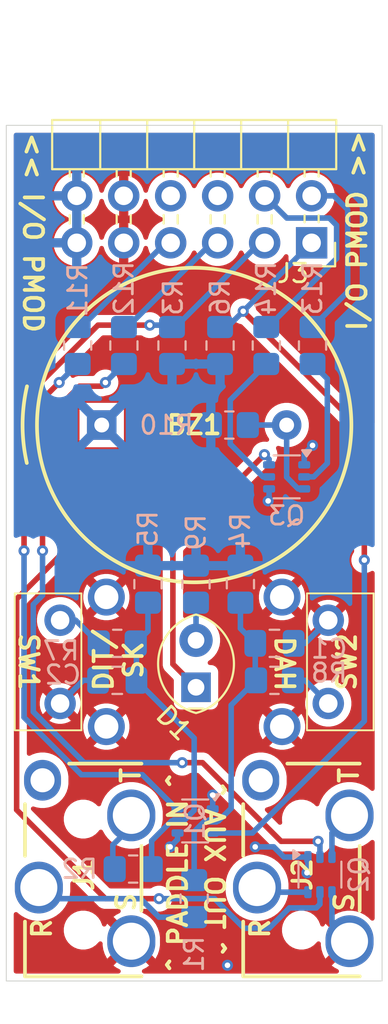
<source format=kicad_pcb>
(kicad_pcb
	(version 20241229)
	(generator "pcbnew")
	(generator_version "9.0")
	(general
		(thickness 1.6256)
		(legacy_teardrops no)
	)
	(paper "A4")
	(layers
		(0 "F.Cu" signal)
		(2 "B.Cu" signal)
		(13 "F.Paste" user)
		(15 "B.Paste" user)
		(5 "F.SilkS" user "F.Silkscreen")
		(7 "B.SilkS" user "B.Silkscreen")
		(1 "F.Mask" user)
		(3 "B.Mask" user)
		(17 "Dwgs.User" user "User.Drawings")
		(19 "Cmts.User" user "User.Comments")
		(25 "Edge.Cuts" user)
		(27 "Margin" user)
		(31 "F.CrtYd" user "F.Courtyard")
		(29 "B.CrtYd" user "B.Courtyard")
		(35 "F.Fab" user)
		(33 "B.Fab" user)
		(39 "User.1" user)
		(41 "User.2" user)
	)
	(setup
		(stackup
			(layer "F.SilkS"
				(type "Top Silk Screen")
				(color "White")
			)
			(layer "F.Paste"
				(type "Top Solder Paste")
			)
			(layer "F.Mask"
				(type "Top Solder Mask")
				(color "Purple")
				(thickness 0.0152)
			)
			(layer "F.Cu"
				(type "copper")
				(thickness 0.0356)
			)
			(layer "dielectric 1"
				(type "core")
				(color "FR4 natural")
				(thickness 1.524)
				(material "FR4")
				(epsilon_r 4.5)
				(loss_tangent 0.02)
			)
			(layer "B.Cu"
				(type "copper")
				(thickness 0.0356)
			)
			(layer "B.Mask"
				(type "Bottom Solder Mask")
				(color "Purple")
				(thickness 0.0152)
			)
			(layer "B.Paste"
				(type "Bottom Solder Paste")
			)
			(layer "B.SilkS"
				(type "Bottom Silk Screen")
				(color "White")
			)
			(copper_finish "ENIG")
			(dielectric_constraints no)
		)
		(pad_to_mask_clearance 0)
		(solder_mask_min_width 0.1016)
		(allow_soldermask_bridges_in_footprints no)
		(tenting front back)
		(grid_origin 110.16 49.71)
		(pcbplotparams
			(layerselection 0x00000000_00000000_55555555_5755f5ff)
			(plot_on_all_layers_selection 0x00000000_00000000_00000000_00000000)
			(disableapertmacros no)
			(usegerberextensions no)
			(usegerberattributes yes)
			(usegerberadvancedattributes yes)
			(creategerberjobfile yes)
			(dashed_line_dash_ratio 12.000000)
			(dashed_line_gap_ratio 3.000000)
			(svgprecision 4)
			(plotframeref no)
			(mode 1)
			(useauxorigin no)
			(hpglpennumber 1)
			(hpglpenspeed 20)
			(hpglpendiameter 15.000000)
			(pdf_front_fp_property_popups yes)
			(pdf_back_fp_property_popups yes)
			(pdf_metadata yes)
			(pdf_single_document no)
			(dxfpolygonmode yes)
			(dxfimperialunits yes)
			(dxfusepcbnewfont yes)
			(psnegative no)
			(psa4output no)
			(plot_black_and_white yes)
			(sketchpadsonfab no)
			(plotpadnumbers no)
			(hidednponfab no)
			(sketchdnponfab yes)
			(crossoutdnponfab yes)
			(subtractmaskfromsilk no)
			(outputformat 1)
			(mirror no)
			(drillshape 1)
			(scaleselection 1)
			(outputdirectory "")
		)
	)
	(net 0 "")
	(net 1 "VDD")
	(net 2 "/BUZZ_NEG")
	(net 3 "/DAH_BASE")
	(net 4 "GND")
	(net 5 "/DIT_BASE")
	(net 6 "/UIO1")
	(net 7 "/UIO0")
	(net 8 "/AUX_DAH_EXT")
	(net 9 "/AUX_DIT_EXT")
	(net 10 "/LED_A")
	(net 11 "/LED_K")
	(net 12 "/DAH_EXT")
	(net 13 "/DIT_EXT")
	(net 14 "unconnected-(J1-PadTN)")
	(net 15 "unconnected-(J2-PadTN)")
	(net 16 "/UIO5")
	(net 17 "/UIO4")
	(net 18 "unconnected-(J3-Pin_9-Pad9)")
	(net 19 "unconnected-(J3-Pin_10-Pad10)")
	(net 20 "/UIO3")
	(net 21 "/UIO2")
	(net 22 "Net-(R7-Pad1)")
	(net 23 "Net-(R8-Pad1)")
	(net 24 "Net-(Q2A-B1)")
	(net 25 "Net-(Q2B-B2)")
	(net 26 "Net-(Q3A-B1)")
	(net 27 "Net-(Q3B-B2)")
	(footprint "LED_THT:LED_Oval_W5.2mm_H3.8mm" (layer "F.Cu") (at 110.26 80.085 90))
	(footprint "b-etz:PinHeader_2x06_P2.54mm_Horizontal_Flipped" (layer "F.Cu") (at 116.51 56.06 -90))
	(footprint "b-etz:TS11-674-55-BK-100-RA-D" (layer "F.Cu") (at 116.16 78.71 90))
	(footprint "b-etz:TS11-674-55-BK-100-RA-D" (layer "F.Cu") (at 104.16 78.71 -90))
	(footprint "b-etz:ASJ-200-B-HT" (layer "F.Cu") (at 104.16 90.21 90))
	(footprint "b-etz:ASJ-200-B-HT" (layer "F.Cu") (at 115.96 90.21 90))
	(footprint "b-etz:Buzzer_TDK_PS1720P02" (layer "F.Cu") (at 110.16 65.91))
	(footprint "Package_TO_SOT_SMD:SOT-363_SC-70-6" (layer "B.Cu") (at 115.16 68.71 180))
	(footprint "Resistor_SMD:R_0805_2012Metric_Pad1.20x1.40mm_HandSolder" (layer "B.Cu") (at 111.56 61.61 -90))
	(footprint "Capacitor_SMD:C_0805_2012Metric_Pad1.18x1.45mm_HandSolder" (layer "B.Cu") (at 114.5 77.71))
	(footprint "Resistor_SMD:R_0805_2012Metric_Pad1.20x1.40mm_HandSolder" (layer "B.Cu") (at 107.66 74.51 90))
	(footprint "Resistor_SMD:R_0805_2012Metric_Pad1.20x1.40mm_HandSolder" (layer "B.Cu") (at 116.56 61.61 90))
	(footprint "Resistor_SMD:R_0805_2012Metric_Pad1.20x1.40mm_HandSolder" (layer "B.Cu") (at 103.86 61.61 90))
	(footprint "Resistor_SMD:R_0805_2012Metric_Pad1.20x1.40mm_HandSolder" (layer "B.Cu") (at 114.06 61.61 90))
	(footprint "Resistor_SMD:R_0805_2012Metric_Pad1.20x1.40mm_HandSolder" (layer "B.Cu") (at 108.96 61.61 -90))
	(footprint "Resistor_SMD:R_0805_2012Metric_Pad1.20x1.40mm_HandSolder" (layer "B.Cu") (at 114.5 79.71 180))
	(footprint "Capacitor_SMD:C_0805_2012Metric_Pad1.18x1.45mm_HandSolder" (layer "B.Cu") (at 106 79.71 180))
	(footprint "Resistor_SMD:R_0805_2012Metric_Pad1.20x1.40mm_HandSolder" (layer "B.Cu") (at 110.26 74.51 90))
	(footprint "Package_TO_SOT_SMD:SOT-363_SC-70-6" (layer "B.Cu") (at 116.96 90.21 -90))
	(footprint "Resistor_SMD:R_0805_2012Metric_Pad1.20x1.40mm_HandSolder" (layer "B.Cu") (at 112.06 65.91 180))
	(footprint "Resistor_SMD:R_0805_2012Metric_Pad1.20x1.40mm_HandSolder" (layer "B.Cu") (at 106 77.71))
	(footprint "Resistor_SMD:R_0805_2012Metric_Pad1.20x1.40mm_HandSolder" (layer "B.Cu") (at 106.36 61.61 90))
	(footprint "Resistor_SMD:R_0805_2012Metric_Pad1.20x1.40mm_HandSolder" (layer "B.Cu") (at 110.16 91.51 90))
	(footprint "Resistor_SMD:R_0805_2012Metric_Pad1.20x1.40mm_HandSolder" (layer "B.Cu") (at 112.66 74.51 90))
	(footprint "Resistor_SMD:R_0805_2012Metric_Pad1.20x1.40mm_HandSolder" (layer "B.Cu") (at 106.86 89.91))
	(footprint "Package_TO_SOT_SMD:SOT-363_SC-70-6" (layer "B.Cu") (at 110.21 87.31 180))
	(gr_rect
		(start 100 49.71)
		(end 120.32 95.96)
		(stroke
			(width 0.05)
			(type default)
		)
		(fill no)
		(layer "Edge.Cuts")
		(uuid "e3d94568-e4ac-4a89-a0a2-2e094dcedbda")
	)
	(gr_rect
		(start 100.635 50.345)
		(end 119.685 95.325)
		(stroke
			(width 0.1)
			(type default)
		)
		(fill no)
		(layer "User.2")
		(uuid "78390612-4cf1-4b46-abe9-15259e578a27")
	)
	(gr_text "I/O PMOD >>"
		(at 119.56 55.41 90)
		(layer "F.SilkS")
		(uuid "0e1f3c1a-3e0f-492d-8db0-904f0f25cac8")
		(effects
			(font
				(size 1 1)
				(thickness 0.2)
				(bold yes)
			)
			(justify bottom)
		)
	)
	(gr_text "DIT/\nSK"
		(at 107.46 78.61 90)
		(layer "F.SilkS")
		(uuid "5494f72e-1051-4a2f-b435-8a1f61015108")
		(effects
			(font
				(size 1 1)
				(thickness 0.2)
				(bold yes)
			)
			(justify bottom)
		)
	)
	(gr_text "^ PADDLE IN ^"
		(at 109.86 90.11 90)
		(layer "F.SilkS")
		(uuid "c04cebf3-accf-473e-87d6-a783c0cfb2f7")
		(effects
			(font
				(size 1 1)
				(thickness 0.2)
				(bold yes)
			)
			(justify bottom)
		)
	)
	(gr_text "DAH"
		(at 114.46 78.81 270)
		(layer "F.SilkS")
		(uuid "c50b2fdf-6dd1-40be-a729-5e8877985c9c")
		(effects
			(font
				(size 1 1)
				(thickness 0.2)
				(bold yes)
			)
			(justify bottom)
		)
	)
	(gr_text "<< I/O PMOD"
		(at 100.86 55.51 270)
		(layer "F.SilkS")
		(uuid "cf810436-2f54-4162-b308-5a0a5e1778c0")
		(effects
			(font
				(size 1 1)
				(thickness 0.2)
				(bold yes)
			)
			(justify bottom)
		)
	)
	(gr_text "^ AUX OUT ^"
		(at 110.66 89.91 270)
		(layer "F.SilkS")
		(uuid "d9526b2a-3901-4228-a5f7-8ebfab3eb7e4")
		(effects
			(font
				(size 1 1)
				(thickness 0.2)
				(bold yes)
			)
			(justify bottom)
		)
	)
	(segment
		(start 108.96 62.61)
		(end 111.56 62.61)
		(width 0.3)
		(layer "B.Cu")
		(net 1)
		(uuid "545fed95-21c6-4479-a93a-9edfd1078b6a")
	)
	(segment
		(start 115.46 69.034999)
		(end 115.46 69.025582)
		(width 0.3)
		(layer "B.Cu")
		(net 2)
		(uuid "3ea23648-ae54-4dcd-878b-bf3b2f017194")
	)
	(segment
		(start 115.46 69.025582)
		(end 115.16 68.725582)
		(width 0.3)
		(layer "B.Cu")
		(net 2)
		(uuid "6c28f094-85c3-4523-b292-a43e923c75c4")
	)
	(segment
		(start 113.06 65.91)
		(end 115.16 65.91)
		(width 0.3)
		(layer "B.Cu")
		(net 2)
		(uuid "803b4eba-98b9-4291-aa75-da4a3c7d7b61")
	)
	(segment
		(start 115.16 68.725582)
		(end 115.16 65.91)
		(width 0.3)
		(layer "B.Cu")
		(net 2)
		(uuid "8e37d7ff-2e19-4d7b-bcad-245a00c581dd")
	)
	(segment
		(start 115.785001 69.36)
		(end 115.46 69.034999)
		(width 0.3)
		(layer "B.Cu")
		(net 2)
		(uuid "e7926647-9674-4976-b9c4-3cf88dc86037")
	)
	(segment
		(start 116.11 69.36)
		(end 115.785001 69.36)
		(width 0.3)
		(layer "B.Cu")
		(net 2)
		(uuid "f630d3f1-1cdd-419b-92bb-0c6580a39e80")
	)
	(segment
		(start 113.4625 79.6725)
		(end 113.5 79.71)
		(width 0.3)
		(layer "B.Cu")
		(net 3)
		(uuid "192db18a-ca44-494b-9d98-07d11a4f104c")
	)
	(segment
		(start 110.736 87.31)
		(end 111.16 87.31)
		(width 0.3)
		(layer "B.Cu")
		(net 3)
		(uuid "33a018fe-d3ad-471a-84f6-404e217b7915")
	)
	(segment
		(start 112.16 86.625582)
		(end 112.16 81.05)
		(width 0.3)
		(layer "B.Cu")
		(net 3)
		(uuid "49c331f6-4f39-4dad-96b5-03976f4a871d")
	)
	(segment
		(start 112.66 76.9075)
		(end 113.4625 77.71)
		(width 0.3)
		(layer "B.Cu")
		(net 3)
		(uuid "4b448d5e-7283-408f-a9d8-9fa0126d0b9d")
	)
	(segment
		(start 112.16 81.05)
		(end 113.5 79.71)
		(width 0.3)
		(layer "B.Cu")
		(net 3)
		(uuid "74538950-b1ab-4134-9a51-96f3f929caef")
	)
	(segment
		(start 110.16 90.51)
		(end 110.16 87.886)
		(width 0.3)
		(layer "B.Cu")
		(net 3)
		(uuid "77cf562f-06ab-4e9b-9a13-f6f267ddc45f")
	)
	(segment
		(start 112.66 75.5)
		(end 112.66 76.9075)
		(width 0.3)
		(layer "B.Cu")
		(net 3)
		(uuid "8c639ffc-2239-413d-b63d-60cac1e68700")
	)
	(segment
		(start 111.16 87.31)
		(end 111.475582 87.31)
		(width 0.3)
		(layer "B.Cu")
		(net 3)
		(uuid "909f603c-a1f3-444c-9f66-284366a89170")
	)
	(segment
		(start 113.4625 77.71)
		(end 113.4625 79.6725)
		(width 0.3)
		(layer "B.Cu")
		(net 3)
		(uuid "b2b94493-2506-496b-9aa9-df366038dde5")
	)
	(segment
		(start 111.475582 87.31)
		(end 112.16 86.625582)
		(width 0.3)
		(layer "B.Cu")
		(net 3)
		(uuid "b48285cd-5957-4114-bef5-78c238e6a1e4")
	)
	(segment
		(start 110.16 87.886)
		(end 110.736 87.31)
		(width 0.3)
		(layer "B.Cu")
		(net 3)
		(uuid "bb1bcdb0-32f1-47e2-aaa8-b33e62871f2e")
	)
	(segment
		(start 108.16 95.11)
		(end 111.96 95.11)
		(width 0.3)
		(layer "F.Cu")
		(net 4)
		(uuid "2306c72d-f60c-4012-8ae3-dc9206533ec7")
	)
	(segment
		(start 106.76 93.81)
		(end 108.06 95.11)
		(width 0.3)
		(layer "F.Cu")
		(net 4)
		(uuid "35dd3d06-961e-444e-9d3f-0ec3e72f4089")
	)
	(segment
		(start 108.06 95.11)
		(end 108.16 95.11)
		(width 0.3)
		(layer "F.Cu")
		(net 4)
		(uuid "8a1b3f3d-4a87-441b-ba22-78658c40b983")
	)
	(via
		(at 108.86 88.71)
		(size 0.6)
		(drill 0.3)
		(layers "F.Cu" "B.Cu")
		(net 4)
		(uuid "0a4f6abf-fa0e-4159-b79c-87cc5b94ccc2")
	)
	(via
		(at 113.46 88.71)
		(size 0.6)
		(drill 0.3)
		(layers "F.Cu" "B.Cu")
		(net 4)
		(uuid "2fd85e1b-ecce-48fe-95c5-4eca994aae7e")
	)
	(via
		(at 114.16 70.01)
		(size 0.6)
		(drill 0.3)
		(layers "F.Cu" "B.Cu")
		(net 4)
		(uuid "32a088b7-b0da-44a6-a030-b9affc9f701b")
	)
	(via
		(at 116.56 67.01)
		(size 0.6)
		(drill 0.3)
		(layers "F.Cu" "B.Cu")
		(net 4)
		(uuid "333adf89-103b-4b52-b9cf-77f656b6de82")
	)
	(via
		(at 111.16 85.91)
		(size 0.6)
		(drill 0.3)
		(layers "F.Cu" "B.Cu")
		(net 4)
		(uuid "a954ba99-ae9b-487d-af91-f7be5af696bf")
	)
	(via
		(at 116.26 90.11)
		(size 0.6)
		(drill 0.3)
		(layers "F.Cu" "B.Cu")
		(net 4)
		(uuid "afed49d2-f135-4c11-8ae8-04dcb1f02b1d")
	)
	(via
		(at 111.96 95.11)
		(size 0.6)
		(drill 0.3)
		(layers "F.Cu" "B.Cu")
		(net 4)
		(uuid "f0a623a5-d06b-4308-8469-a27c2d3f2079")
	)
	(segment
		(start 116.31 89.26)
		(end 116.31 90.06)
		(width 0.3)
		(layer "B.Cu")
		(net 4)
		(uuid "08403dc6-462a-4fcd-8513-f3714d6dbd06")
	)
	(segment
		(start 116.31 90.06)
		(end 116.26 90.11)
		(width 0.3)
		(layer "B.Cu")
		(net 4)
		(uuid "09836268-a6e6-4485-b73d-fb0205431725")
	)
	(segment
		(start 113.46 88.71)
		(end 114.46 88.71)
		(width 0.3)
		(layer "B.Cu")
		(net 4)
		(uuid "0ecadcef-0b29-4c5b-9193-2ec1f2da0163")
	)
	(segment
		(start 116.16 77.71)
		(end 117.41 76.46)
		(width 0.3)
		(layer "B.Cu")
		(net 4)
		(uuid "14c8fcac-f1f7-4222-a728-d88828cf203f")
	)
	(segment
		(start 116.11 67.46)
		(end 116.56 67.01)
		(width 0.3)
		(layer "B.Cu")
		(net 4)
		(uuid "2b178575-a9b7-4210-be3d-048e4b003f1d")
	)
	(segment
		(start 109.26 87.96)
		(end 109.26 88.31)
		(width 0.3)
		(layer "B.Cu")
		(net 4)
		(uuid "41218d77-c0d4-4cf0-a2df-1cead922943d")
	)
	(segment
		(start 117.61 92.86)
		(end 118.56 93.81)
		(width 0.3)
		(layer "B.Cu")
		(net 4)
		(uuid "4fbfc428-b8a2-4f26-a245-e9c8926c1293")
	)
	(segment
		(start 116.11 68.06)
		(end 116.11 67.46)
		(width 0.3)
		(layer "B.Cu")
		(net 4)
		(uuid "56da9611-ea69-41a5-9499-0b21fed328e3")
	)
	(segment
		(start 109.26 88.31)
		(end 108.86 88.71)
		(width 0.3)
		(layer "B.Cu")
		(net 4)
		(uuid "7e057f54-b93b-4ac0-ab06-be45e7901614")
	)
	(segment
		(start 114.46 88.71)
		(end 115.01 89.26)
		(width 0.3)
		(layer "B.Cu")
		(net 4)
		(uuid "8daa08b9-d8be-4e6d-8039-f0d4372756cf")
	)
	(segment
		(start 111.16 85.91)
		(end 111.16 86.66)
		(width 0.3)
		(layer "B.Cu")
		(net 4)
		(uuid "8f767b64-8cf1-4931-92a2-b2c59124451c")
	)
	(segment
		(start 115.01 89.26)
		(end 116.31 89.26)
		(width 0.3)
		(layer "B.Cu")
		(net 4)
		(uuid "951eff4a-30b4-4b97-8da4-192a3cf3df29")
	)
	(segment
		(start 111.16 85.91)
		(end 111.1975 85.8725)
		(width 0.3)
		(layer "B.Cu")
		(net 4)
		(uuid "9f361448-b450-4e7e-a38b-cbcd87fadca1")
	)
	(segment
		(start 114.21 69.36)
		(end 114.21 69.96)
		(width 0.3)
		(layer "B.Cu")
		(net 4)
		(uuid "a4e61ec8-8469-4a60-9765-ac8622a6ab9f")
	)
	(segment
		(start 117.61 91.16)
		(end 117.61 92.86)
		(width 0.3)
		(layer "B.Cu")
		(net 4)
		(uuid "b9d01fbe-e3b6-449c-bc92-5fac0fc8b916")
	)
	(segment
		(start 104.16 79.71)
		(end 102.91 80.96)
		(width 0.3)
		(layer "B.Cu")
		(net 4)
		(uuid "be54edfb-721a-452c-bdfb-3143e7caae43")
	)
	(segment
		(start 115.5375 77.71)
		(end 116.16 77.71)
		(width 0.3)
		(layer "B.Cu")
		(net 4)
		(uuid "e80b7e6a-de3c-4454-8f3b-e0cf80e9f56d")
	)
	(segment
		(start 104.9625 79.71)
		(end 104.16 79.71)
		(width 0.3)
		(layer "B.Cu")
		(net 4)
		(uuid "f2734359-f63b-4b50-becf-3fd08fea0285")
	)
	(segment
		(start 114.21 69.96)
		(end 114.16 70.01)
		(width 0.3)
		(layer "B.Cu")
		(net 4)
		(uuid "f2e4d81a-11fd-48fb-b927-03e7923f4b93")
	)
	(segment
		(start 108.935001 87.31)
		(end 107.86 88.385001)
		(width 0.3)
		(layer "B.Cu")
		(net 5)
		(uuid "39b1b397-58f4-4391-8061-9935c3bbd0c9")
	)
	(segment
		(start 109.26 87.31)
		(end 108.935001 87.31)
		(width 0.3)
		(layer "B.Cu")
		(net 5)
		(uuid "492575f2-d926-45db-9635-72a21d2f13a5")
	)
	(segment
		(start 110.16 82.8325)
		(end 110.16 86.734999)
		(width 0.3)
		(layer "B.Cu")
		(net 5)
		(uuid "4d43970b-dca4-4186-a64d-c02f6fcc1ab5")
	)
	(segment
		(start 107.66 77.05)
		(end 107 77.71)
		(width 0.3)
		(layer "B.Cu")
		(net 5)
		(uuid "5fc9e927-60b3-4023-99dc-63a890dce23c")
	)
	(segment
		(start 110.16 86.734999)
		(end 109.584999 87.31)
		(width 0.3)
		(layer "B.Cu")
		(net 5)
		(uuid "65af3796-faf8-4235-875c-13ffb9c8235d")
	)
	(segment
		(start 107.0375 79.71)
		(end 107.0375 77.7475)
		(width 0.3)
		(layer "B.Cu")
		(net 5)
		(uuid "6fde22ea-dc46-41e3-b3b6-cba951313cb7")
	)
	(segment
		(start 107.0375 79.71)
		(end 110.16 82.8325)
		(width 0.3)
		(layer "B.Cu")
		(net 5)
		(uuid "9a526856-27ea-43ce-ad31-6b5c7835b608")
	)
	(segment
		(start 107.86 88.385001)
		(end 107.86 89.91)
		(width 0.3)
		(layer "B.Cu")
		(net 5)
		(uuid "b357f255-a7d7-4107-b472-030bd3b72e6a")
	)
	(segment
		(start 107.66 75.5)
		(end 107.66 77.05)
		(width 0.3)
		(layer "B.Cu")
		(net 5)
		(uuid "b9acf160-cd4b-41bb-95c8-a7c546db8aeb")
	)
	(segment
		(start 109.584999 87.31)
		(end 109.26 87.31)
		(width 0.3)
		(layer "B.Cu")
		(net 5)
		(uuid "cc8d3bb7-00e1-4b80-8a22-16472b34ac26")
	)
	(segment
		(start 107.0375 77.7475)
		(end 107 77.71)
		(width 0.3)
		(layer "B.Cu")
		(net 5)
		(uuid "ed42ba34-9714-4da8-bda8-e67b5566e4b5")
	)
	(segment
		(start 108.944418 87.31)
		(end 109.26 87.31)
		(width 0.3)
		(layer "B.Cu")
		(net 5)
		(uuid "f825639c-e0f2-41e4-bbf2-e103942c7c87")
	)
	(segment
		(start 107.76 60.51)
		(end 104.96 60.51)
		(width 0.3)
		(layer "F.Cu")
		(net 6)
		(uuid "1a175c88-6e58-4dd7-8a64-86a8410f1f01")
	)
	(segment
		(start 104.96 60.51)
		(end 100.96 64.51)
		(width 0.3)
		(layer "F.Cu")
		(net 6)
		(uuid "3798808c-808d-46cf-b595-5918557f93af")
	)
	(segment
		(start 100.96 64.51)
		(end 100.96 72.71)
		(width 0.3)
		(layer "F.Cu")
		(net 6)
		(uuid "cc672ed2-4eb7-444e-9ec4-22a516b47864")
	)
	(via
		(at 100.96 72.71)
		(size 0.6)
		(drill 0.3)
		(layers "F.Cu" "B.Cu")
		(net 6)
		(uuid "b0a12977-afc9-4265-9e5b-25bcc838044f")
	)
	(via
		(at 107.76 60.51)
		(size 0.6)
		(drill 0.3)
		(layers "F.Cu" "B.Cu")
		(net 6)
		(uuid "cb36fa72-0e1c-4faf-9cec-2bb82415de5e")
	)
	(segment
		(start 107.76 60.51)
		(end 109.26 60.51)
		(width 0.3)
		(layer "B.Cu")
		(net 6)
		(uuid "1efdbd12-ed16-411e-b831-ee17ec52f84c")
	)
	(segment
		(start 107.36 84.81)
		(end 104.06 84.81)
		(width 0.3)
		(layer "B.Cu")
		(net 6)
		(uuid "46df45a2-fb88-40d8-b31b-887981789b28")
	)
	(segment
		(start 109.21 86.66)
		(end 107.36 84.81)
		(width 0.3)
		(layer "B.Cu")
		(net 6)
		(uuid "81084f27-e4c1-4034-93e8-a6ee33b3709c")
	)
	(segment
		(start 109.26 60.51)
		(end 113.71 56.06)
		(width 0.3)
		(layer "B.Cu")
		(net 6)
		(uuid "81d04c00-ce76-401e-a670-4ba37a881531")
	)
	(segment
		(start 107.76 60.51)
		(end 108.86 60.51)
		(width 0.3)
		(layer "B.Cu")
		(net 6)
		(uuid "8ddab364-058b-487c-8275-aa3628ee2209")
	)
	(segment
		(start 109.26 86.66)
		(end 109.21 86.66)
		(width 0.3)
		(layer "B.Cu")
		(net 6)
		(uuid "b1f57b5d-6878-41bb-943c-fbc971b798bc")
	)
	(segment
		(start 113.71 56.06)
		(end 113.97 56.06)
		(width 0.3)
		(layer "B.Cu")
		(net 6)
		(uuid "b86ae65c-1de3-45e7-a156-f80427209ca3")
	)
	(segment
		(start 108.86 60.51)
		(end 108.96 60.61)
		(width 0.3)
		(layer "B.Cu")
		(net 6)
		(uuid "e1ba3eb5-0057-4f6a-89ae-9007b052c00c")
	)
	(segment
		(start 100.96 81.71)
		(end 100.96 72.71)
		(width 0.3)
		(layer "B.Cu")
		(net 6)
		(uuid "efa6ca88-2872-404e-a785-7ac357744300")
	)
	(segment
		(start 104.06 84.81)
		(end 100.96 81.71)
		(width 0.3)
		(layer "B.Cu")
		(net 6)
		(uuid "f0664313-f0cb-4754-8b5e-f0945af9155e")
	)
	(segment
		(start 119.36 73.21)
		(end 119.36 66.31)
		(width 0.3)
		(layer "F.Cu")
		(net 7)
		(uuid "3799d047-165e-4bb1-851b-2b700d911189")
	)
	(segment
		(start 119.36 66.31)
		(end 112.81 59.76)
		(width 0.3)
		(layer "F.Cu")
		(net 7)
		(uuid "491268fd-28a2-4f29-8c0d-1d29b453f020")
	)
	(via
		(at 112.81 59.76)
		(size 0.6)
		(drill 0.3)
		(layers "F.Cu" "B.Cu")
		(net 7)
		(uuid "4f4496b9-de3f-4611-92e1-fcc1f8b78e7e")
	)
	(via
		(at 119.36 73.21)
		(size 0.6)
		(drill 0.3)
		(layers "F.Cu" "B.Cu")
		(net 7)
		(uuid "c5afd7d7-dfcb-48bd-98c7-198a0001ae82")
	)
	(segment
		(start 111.96 60.61)
		(end 111.56 60.61)
		(width 0.3)
		(layer "B.Cu")
		(net 7)
		(uuid "0939684a-f344-46df-bbf6-bbb7216c77d4")
	)
	(segment
		(start 113.31 87.96)
		(end 119.36 81.91)
		(width 0.3)
		(layer "B.Cu")
		(net 7)
		(uuid "0cca6062-2a55-46c2-9e09-70cff530aa03")
	)
	(segment
		(start 111.16 87.96)
		(end 113.31 87.96)
		(width 0.3)
		(layer "B.Cu")
		(net 7)
		(uuid "5f9e892d-355a-4706-a94c-4dd83a268e78")
	)
	(segment
		(start 116.51 56.06)
		(end 112.81 59.76)
		(width 0.3)
		(layer "B.Cu")
		(net 7)
		(uuid "6d2d8f43-ec14-4e50-bc83-76a523dcd1a1")
	)
	(segment
		(start 112.81 59.76)
		(end 111.96 60.61)
		(width 0.3)
		(layer "B.Cu")
		(net 7)
		(uuid "82cab34e-c9b4-4d13-9e11-8c87fdf712db")
	)
	(segment
		(start 119.36 81.91)
		(end 119.36 73.21)
		(width 0.3)
		(layer "B.Cu")
		(net 7)
		(uuid "dc679ed0-d284-4ec8-b1f3-49da8c331c92")
	)
	(segment
		(start 116.31 91.16)
		(end 113.81 91.16)
		(width 0.3)
		(layer "B.Cu")
		(net 8)
		(uuid "3c22a0cb-b424-4403-b5fa-51b7c8d70946")
	)
	(segment
		(start 113.81 91.16)
		(end 113.56 90.91)
		(width 0.3)
		(layer "B.Cu")
		(net 8)
		(uuid "cb15d347-3cb5-469d-af6d-1102dc9087bb")
	)
	(segment
		(start 117.61 89.26)
		(end 117.61 87.96)
		(width 0.3)
		(layer "B.Cu")
		(net 9)
		(uuid "5b3a8554-0cd0-4fb3-80a9-889609758e9f")
	)
	(segment
		(start 117.61 87.96)
		(end 118.56 87.01)
		(width 0.3)
		(layer "B.Cu")
		(net 9)
		(uuid "77255929-5d5a-4f3d-994b-99e805f9d1ec")
	)
	(segment
		(start 110.26 75.51)
		(end 110.26 77.545)
		(width 0.3)
		(layer "B.Cu")
		(net 10)
		(uuid "a40987d5-fb7e-48ee-bb55-31c2ab3cd12a")
	)
	(segment
		(start 109.009 72.461)
		(end 109.009 78.834)
		(width 0.3)
		(layer "F.Cu")
		(net 11)
		(uuid "325d3088-3872-4264-9f63-a1cf2f697057")
	)
	(segment
		(start 109.009 78.834)
		(end 110.26 80.085)
		(width 0.3)
		(layer "F.Cu")
		(net 11)
		(uuid "94652421-0cff-45d8-9966-844bfa544fea")
	)
	(segment
		(start 113.96 67.51)
		(end 109.009 72.461)
		(width 0.3)
		(layer "F.Cu")
		(net 11)
		(uuid "d961e08b-c735-4dd1-8145-cc2edaabcdc7")
	)
	(via
		(at 113.96 67.51)
		(size 0.6)
		(drill 0.3)
		(layers "F.Cu" "B.Cu")
		(net 11)
		(uuid "1d293ec3-a699-4cf4-9223-413c89dcf15e")
	)
	(segment
		(start 114.21 67.76)
		(end 113.96 67.51)
		(width 0.3)
		(layer "B.Cu")
		(net 11)
		(uuid "05b0f7a2-f815-438c-8930-b02e813b8d34")
	)
	(segment
		(start 114.21 68.06)
		(end 114.21 67.76)
		(width 0.3)
		(layer "B.Cu")
		(net 11)
		(uuid "b9bcece8-2ed3-4fcb-b312-43fd6b81b0d7")
	)
	(segment
		(start 101.76 90.91)
		(end 102.36 91.51)
		(width 0.3)
		(layer "B.Cu")
		(net 12)
		(uuid "0231f5ae-b8d6-4014-a46b-e534135bd252")
	)
	(segment
		(start 107.26 91.51)
		(end 108.26 92.51)
		(width 0.3)
		(layer "B.Cu")
		(net 12)
		(uuid "44b7bc54-3968-4a51-9ce7-ab10a50a0254")
	)
	(segment
		(start 108.26 92.51)
		(end 110.16 92.51)
		(width 0.3)
		(layer "B.Cu")
		(net 12)
		(uuid "f800086f-2f1f-4b1f-9e3b-697d643932cf")
	)
	(segment
		(start 102.36 91.51)
		(end 107.26 91.51)
		(width 0.3)
		(layer "B.Cu")
		(net 12)
		(uuid "fdfa5498-79be-4267-b1dc-4b566e2f4e8a")
	)
	(segment
		(start 105.76 88.61)
		(end 105.76 90.01)
		(width 0.3)
		(layer "B.Cu")
		(net 13)
		(uuid "350fef84-1dc7-4bcc-8dbf-235463031acc")
	)
	(segment
		(start 106.76 87.01)
		(end 106.76 87.61)
		(width 0.3)
		(layer "B.Cu")
		(net 13)
		(uuid "3a15058a-74ab-4f4d-ae36-b62803fe1dda")
	)
	(segment
		(start 106.76 87.61)
		(end 105.76 88.61)
		(width 0.3)
		(layer "B.Cu")
		(net 13)
		(uuid "acf6f787-e3ac-4caf-ae40-77669c9e5d53")
	)
	(segment
		(start 113.97 53.52)
		(end 115.17 54.72)
		(width 0.3)
		(layer "B.Cu")
		(net 16)
		(uuid "04f691e0-2bcc-4a14-91b5-13bf9b59900b")
	)
	(segment
		(start 115.17 54.72)
		(end 117.47 54.72)
		(width 0.3)
		(layer "B.Cu")
		(net 16)
		(uuid "1082ccc7-5184-46c1-95cd-9a8ee6b6fc0e")
	)
	(segment
		(start 117.86 55.11)
		(end 117.86 56.91)
		(width 0.3)
		(layer "B.Cu")
		(net 16)
		(uuid "65082d67-3be1-439a-975d-739971b5fc87")
	)
	(segment
		(start 117.47 54.72)
		(end 117.86 55.11)
		(width 0.3)
		(layer "B.Cu")
		(net 16)
		(uuid "d0cb0df7-c096-403b-af2c-7e4b3d5d62f4")
	)
	(segment
		(start 114.16 60.61)
		(end 114.06 60.61)
		(width 0.3)
		(layer "B.Cu")
		(net 16)
		(uuid "e14dfbf7-c93d-46e7-bde0-70c605c2a62b")
	)
	(segment
		(start 117.86 56.91)
		(end 114.16 60.61)
		(width 0.3)
		(layer "B.Cu")
		(net 16)
		(uuid "f48dc933-0d48-4f19-93ec-2bdff67e5877")
	)
	(segment
		(start 117.712081 53.52)
		(end 118.46 54.267919)
		(width 0.3)
		(layer "B.Cu")
		(net 17)
		(uuid "538744f2-6cce-4582-8e65-1758cbff4c26")
	)
	(segment
		(start 118.46 58.71)
		(end 116.56 60.61)
		(width 0.3)
		(layer "B.Cu")
		(net 17)
		(uuid "6edfd14e-abff-41db-9d1a-98deea128f73")
	)
	(segment
		(start 118.46 54.267919)
		(end 118.46 58.71)
		(width 0.3)
		(layer "B.Cu")
		(net 17)
		(uuid "8df662ce-1d96-469b-972f-52430e964235")
	)
	(segment
		(start 116.51 53.52)
		(end 117.712081 53.52)
		(width 0.3)
		(layer "B.Cu")
		(net 17)
		(uuid "946de664-8b86-4e24-b967-d90ef069275b")
	)
	(segment
		(start 108.89 56.06)
		(end 108.61 56.06)
		(width 0.3)
		(layer "B.Cu")
		(net 20)
		(uuid "415a52b8-498c-4a5d-99ca-966eb431f97a")
	)
	(segment
		(start 108.61 56.06)
		(end 104.06 60.61)
		(width 0.3)
		(layer "B.Cu")
		(net 20)
		(uuid "cba51896-b9aa-446e-9d94-8e4beba295d1")
	)
	(segment
		(start 104.06 60.61)
		(end 103.86 60.61)
		(width 0.3)
		(layer "B.Cu")
		(net 20)
		(uuid "d56caafb-2c39-4393-be93-1f27a30041fd")
	)
	(segment
		(start 106.56 60.61)
		(end 106.36 60.61)
		(width 0.3)
		(layer "B.Cu")
		(net 21)
		(uuid "018d3979-f2bd-441c-aa0e-e6c89655801d")
	)
	(segment
		(start 111.43 56.06)
		(end 111.11 56.06)
		(width 0.3)
		(layer "B.Cu")
		(net 21)
		(uuid "34c6a06d-399c-453a-bbc6-abce0adac23d")
	)
	(segment
		(start 111.11 56.06)
		(end 106.56 60.61)
		(width 0.3)
		(layer "B.Cu")
		(net 21)
		(uuid "590a654e-e6ab-489e-8f4d-c1133c020577")
	)
	(segment
		(start 103.75 76.46)
		(end 105 77.71)
		(width 0.3)
		(layer "B.Cu")
		(net 22)
		(uuid "16f42ece-43c7-4aa7-8708-63de6242577b")
	)
	(segment
		(start 102.91 76.46)
		(end 103.75 76.46)
		(width 0.3)
		(layer "B.Cu")
		(net 22)
		(uuid "a4b5ce9a-30b1-4cf1-8d2a-8dff63b367de")
	)
	(segment
		(start 116.16 79.71)
		(end 117.41 80.96)
		(width 0.3)
		(layer "B.Cu")
		(net 23)
		(uuid "2c524c0b-fc4b-4cc8-9393-e94db4e61233")
	)
	(segment
		(start 115.5 79.71)
		(end 116.16 79.71)
		(width 0.3)
		(layer "B.Cu")
		(net 23)
		(uuid "5c73d1ef-f0d2-48b8-bb3b-adef8ff9953e")
	)
	(segment
		(start 116.86 88.41)
		(end 114.86 88.41)
		(width 0.3)
		(layer "F.Cu")
		(net 24)
		(uuid "37e0c263-f376-43a0-8151-882f16e9ce4d")
	)
	(segment
		(start 101.96 64.51)
		(end 102.86 63.61)
		(width 0.3)
		(layer "F.Cu")
		(net 24)
		(uuid "abb0dfb3-638f-4c79-941f-cf037ece865c")
	)
	(segment
		(start 114.86 88.41)
		(end 110.61 84.16)
		(width 0.3)
		(layer "F.Cu")
		(net 24)
		(uuid "b929bead-938e-4a1a-9d04-8d8f8d8dd834")
	)
	(segment
		(start 101.96 72.71)
		(end 101.96 64.51)
		(width 0.3)
		(layer "F.Cu")
		(net 24)
		(uuid "d0ec29d2-3038-4fcd-9637-c6fbe5d2e59a")
	)
	(segment
		(start 110.61 84.16)
		(end 109.51 84.16)
		(width 0.3)
		(layer "F.Cu")
		(net 24)
		(uuid "ef1a8026-e4d7-42ea-8848-17ff3d0e4039")
	)
	(via
		(at 109.51 84.16)
		(size 0.6)
		(drill 0.3)
		(layers "F.Cu" "B.Cu")
		(net 24)
		(uuid "50837157-5393-4d07-b190-1adf5be372cd")
	)
	(via
		(at 102.86 63.61)
		(size 0.6)
		(drill 0.3)
		(layers "F.Cu" "B.Cu")
		(net 24)
		(uuid "54641783-9d40-4aa3-989c-b49a8470ae85")
	)
	(via
		(at 116.86 88.41)
		(size 0.6)
		(drill 0.3)
		(layers "F.Cu" "B.Cu")
		(net 24)
		(uuid "7aa5fe5a-47d6-4357-8597-b44e3d0e83c0")
	)
	(via
		(at 101.96 72.71)
		(size 0.6)
		(drill 0.3)
		(layers "F.Cu" "B.Cu")
		(net 24)
		(uuid "7f6f2c11-6a4e-4cfe-8086-8e05df387fd9")
	)
	(segment
		(start 104.21 84.16)
		(end 109.51 84.16)
		(width 0.3)
		(layer "B.Cu")
		(net 24)
		(uuid "0eebec43-2a5f-4d5b-b67d-f761d61f038c")
	)
	(segment
		(start 101.46 81.41)
		(end 104.21 84.16)
		(width 0.3)
		(layer "B.Cu")
		(net 24)
		(uuid "29c4839c-188b-4bdc-9c0a-412269931785")
	)
	(segment
		(start 101.46 75.61)
		(end 101.46 81.41)
		(width 0.3)
		(layer "B.Cu")
		(net 24)
		(uuid "44c0f478-1848-4711-b5fa-dfe7d986f1c8")
	)
	(segment
		(start 116.96 88.51)
		(end 116.96 89.26)
		(width 0.3)
		(layer "B.Cu")
		(net 24)
		(uuid "8d620bf8-c730-4af7-9486-94692716211f")
	)
	(segment
		(start 116.86 88.41)
		(end 116.96 88.51)
		(width 0.3)
		(layer "B.Cu")
		(net 24)
		(uuid "b52a5f0e-30fd-493c-9b7d-536944190214")
	)
	(segment
		(start 103.86 62.61)
		(end 102.86 63.61)
		(width 0.3)
		(layer "B.Cu")
		(net 24)
		(uuid "da2fe7ec-2cdf-4db6-a61e-ad7568482761")
	)
	(segment
		(start 101.96 75.11)
		(end 101.46 75.61)
		(width 0.3)
		(layer "B.Cu")
		(net 24)
		(uuid "e0eb08ba-91b1-446a-9efd-beba2b8fdee4")
	)
	(segment
		(start 101.96 72.71)
		(end 101.96 75.11)
		(width 0.3)
		(layer "B.Cu")
		(net 24)
		(uuid "fb5a0055-8c98-40af-a834-aaf3c165ba81")
	)
	(segment
		(start 105.36 91.51)
		(end 100.56 86.71)
		(width 0.3)
		(layer "F.Cu")
		(net 25)
		(uuid "1bfb4898-203a-4536-ad95-c936286289d3")
	)
	(segment
		(start 103.06 64.71)
		(end 103.96 63.81)
		(width 0.3)
		(layer "F.Cu")
		(net 25)
		(uuid "25e08640-c7a1-4f1f-842a-6da77a08a6e2")
	)
	(segment
		(start 100.56 75.31)
		(end 103.06 72.81)
		(width 0.3)
		(layer "F.Cu")
		(net 25)
		(uuid "2ce49e19-7ead-46a9-aef5-348cfe920ed5")
	)
	(segment
		(start 108.26 91.51)
		(end 105.36 91.51)
		(width 0.3)
		(layer "F.Cu")
		(net 25)
		(uuid "7e20d425-e173-4f5d-8144-2113b4134643")
	)
	(segment
		(start 103.96 63.81)
		(end 105.16 63.81)
		(width 0.3)
		(layer "F.Cu")
		(net 25)
		(uuid "96b7f453-5be2-4cb6-bae5-dcaf48441083")
	)
	(segment
		(start 103.06 72.81)
		(end 103.06 64.71)
		(width 0.3)
		(layer "F.Cu")
		(net 25)
		(uuid "bdf7442b-d369-4c9d-bf76-0a8cc87214c6")
	)
	(segment
		(start 105.16 63.81)
		(end 105.36 63.61)
		(width 0.3)
		(layer "F.Cu")
		(net 25)
		(uuid "df6f201f-cef5-4024-bdfd-ed88a3402f28")
	)
	(segment
		(start 100.56 86.71)
		(end 100.56 75.31)
		(width 0.3)
		(layer "F.Cu")
		(net 25)
		(uuid "f241cdd6-005b-4992-97cf-6a625de28f69")
	)
	(via
		(at 108.26 91.51)
		(size 0.6)
		(drill 0.3)
		(layers "F.Cu" "B.Cu")
		(net 25)
		(uuid "da45c575-b084-4770-aee4-688d0c1605c5")
	)
	(via
		(at 105.36 63.61)
		(size 0.6)
		(drill 0.3)
		(layers "F.Cu" "B.Cu")
		(net 25)
		(uuid "ed1db29d-77b9-4b5a-8cd8-8818c9dbb5a4")
	)
	(segment
		(start 108.26 91.51)
		(end 111.26 91.51)
		(width 0.3)
		(layer "B.Cu")
		(net 25)
		(uuid "315c204a-29c3-4981-b60c-460959dc4414")
	)
	(segment
		(start 115.311 92.009)
		(end 115.461 92.009)
		(width 0.3)
		(layer "B.Cu")
		(net 25)
		(uuid "561eccbc-3c66-4df7-8ee7-2261c7dba8e6")
	)
	(segment
		(start 116.96 91.81)
		(end 116.96 91.16)
		(width 0.3)
		(layer "B.Cu")
		(net 25)
		(uuid "5d36d00a-39b5-485e-abd2-5b19d4d8f85e")
	)
	(segment
		(start 106.36 62.61)
		(end 105.36 63.61)
		(width 0.3)
		(layer "B.Cu")
		(net 25)
		(uuid "835cc723-871b-4ffd-9cbf-8c684121be0c")
	)
	(segment
		(start 116.761 92.009)
		(end 116.96 91.81)
		(width 0.3)
		(layer "B.Cu")
		(net 25)
		(uuid "926570ea-ceea-49d4-b0e8-0828a24e18d2")
	)
	(segment
		(start 111.26 91.51)
		(end 112.86 93.11)
		(width 0.3)
		(layer "B.Cu")
		(net 25)
		(uuid "b2ab63e2-db01-46ef-9f8c-fd4e1835d68c")
	)
	(segment
		(start 115.461 92.009)
		(end 116.761 92.009)
		(width 0.3)
		(layer "B.Cu")
		(net 25)
		(uuid "b8071ed2-c3d6-45f8-a104-4f610be03c84")
	)
	(segment
		(start 112.86 93.11)
		(end 114.21 93.11)
		(width 0.3)
		(layer "B.Cu")
		(net 25)
		(uuid "d2be8ccf-8026-42b9-88f9-d73f8ef7d182")
	)
	(segment
		(start 114.21 93.11)
		(end 115.311 92.009)
		(width 0.3)
		(layer "B.Cu")
		(net 25)
		(uuid "f830fdee-5522-4ea5-80d0-ed4898652157")
	)
	(segment
		(start 117.36 63.41)
		(end 117.36 67.973582)
		(width 0.3)
		(layer "B.Cu")
		(net 26)
		(uuid "44de8e3d-6289-4e50-acfe-e570eb5c39ee")
	)
	(segment
		(start 116.56 62.61)
		(end 117.36 63.41)
		(width 0.3)
		(layer "B.Cu")
		(net 26)
		(uuid "49455e18-9753-421d-8003-89b182b0af71")
	)
	(segment
		(start 117.36 67.973582)
		(end 116.623582 68.71)
		(width 0.3)
		(layer "B.Cu")
		(net 26)
		(uuid "4bb70ed4-8f9d-46ec-b5d4-4e5ac11a82fc")
	)
	(segment
		(start 116.623582 68.71)
		(end 116.11 68.71)
		(width 0.3)
		(layer "B.Cu")
		(net 26)
		(uuid "5c53bc50-3ea2-4ece-a2fe-d825b19a8dcc")
	)
	(segment
		(start 112.109 64.561)
		(end 112.109 66.933999)
		(width 0.3)
		(layer "B.Cu")
		(net 27)
		(uuid "3255b1a3-832b-4cc1-b3d1-b08e2176622c")
	)
	(segment
		(start 114.06 62.61)
		(end 112.109 64.561)
		(width 0.3)
		(layer "B.Cu")
		(net 27)
		(uuid "554afacc-c035-4089-b9aa-e4d4d74e5de1")
	)
	(segment
		(start 113.885001 68.71)
		(end 114.21 68.71)
		(width 0.3)
		(layer "B.Cu")
		(net 27)
		(uuid "906afc13-c50f-4736-bdad-fd341b2f4afb")
	)
	(segment
		(start 112.109 66.933999)
		(end 113.885001 68.71)
		(width 0.3)
		(layer "B.Cu")
		(net 27)
		(uuid "d788d597-2f59-4d7c-99ae-08b87f8ad839")
	)
	(zone
		(net 4)
		(net_name "GND")
		(layer "F.Cu")
		(uuid "619b8af2-7aec-49a8-98a2-2bb1f2abbc07")
		(hatch edge 0.5)
		(connect_pads
			(clearance 0.4)
		)
		(min_thickness 0.25)
		(filled_areas_thickness no)
		(fill yes
			(thermal_gap 0.25)
			(thermal_bridge_width 0.5)
		)
		(polygon
			(pts
				(xy 99.66 49.21) (xy 120.66 49.21) (xy 120.66 96.21) (xy 99.66 96.21)
			)
		)
		(filled_polygon
			(layer "F.Cu")
			(pts
				(xy 103.658967 90.589132) (xy 103.671753 90.600278) (xy 105.021985 91.95051) (xy 105.147515 92.022984)
				(xy 105.287525 92.0605) (xy 105.287526 92.0605) (xy 105.432474 92.0605) (xy 106.06666 92.0605) (xy 106.133699 92.080185)
				(xy 106.179454 92.132989) (xy 106.189398 92.202147) (xy 106.160373 92.265703) (xy 106.122955 92.294985)
				(xy 105.947626 92.384319) (xy 105.797177 92.493625) (xy 106.250978 92.947426) (xy 106.122537 93.033249)
				(xy 105.983249 93.172537) (xy 105.897426 93.300978) (xy 105.459464 92.863016) (xy 105.43432 92.897624)
				(xy 105.405797 92.953605) (xy 105.357822 93.004401) (xy 105.290001 93.021196) (xy 105.223866 92.998658)
				(xy 105.180415 92.943943) (xy 105.173694 92.9215) (xy 105.170131 92.903587) (xy 105.17013 92.90358)
				(xy 105.090941 92.712402) (xy 104.975977 92.540345) (xy 104.975975 92.540342) (xy 104.829657 92.394024)
				(xy 104.67584 92.291248) (xy 104.657598 92.279059) (xy 104.644322 92.27356) (xy 104.46642 92.19987)
				(xy 104.466412 92.199868) (xy 104.263469 92.1595) (xy 104.263465 92.1595) (xy 104.056535 92.1595)
				(xy 104.05653 92.1595) (xy 103.853587 92.199868) (xy 103.853579 92.19987) (xy 103.662403 92.279058)
				(xy 103.490342 92.394024) (xy 103.344024 92.540342) (xy 103.229058 92.712403) (xy 103.14987 92.903579)
				(xy 103.149868 92.903587) (xy 103.1095 93.10653) (xy 103.1095 93.313469) (xy 103.116178 93.34704)
				(xy 103.14987 93.51642) (xy 103.229059 93.707598) (xy 103.286541 93.793626) (xy 103.344024 93.879657)
				(xy 103.490342 94.025975) (xy 103.490345 94.025977) (xy 103.662402 94.140941) (xy 103.85358 94.22013)
				(xy 104.05653 94.260499) (xy 104.056534 94.2605) (xy 104.056535 94.2605) (xy 104.263466 94.2605)
				(xy 104.263467 94.260499) (xy 104.46642 94.22013) (xy 104.657598 94.140941) (xy 104.829655 94.025977)
				(xy 104.975977 93.879655) (xy 104.982897 93.869299) (xy 105.036508 93.824493) (xy 105.105833 93.815784)
				(xy 105.168861 93.845938) (xy 105.205581 93.905381) (xy 105.21 93.938188) (xy 105.21 94.031993)
				(xy 105.248165 94.272959) (xy 105.32356 94.504998) (xy 105.434321 94.722377) (xy 105.459464 94.756982)
				(xy 105.459465 94.756983) (xy 105.897426 94.319021) (xy 105.983249 94.447463) (xy 106.122537 94.586751)
				(xy 106.250977 94.672572) (xy 105.797176 95.126373) (xy 105.797177 95.126374) (xy 105.947619 95.235676)
				(xy 106.122955 95.325015) (xy 106.173751 95.37299) (xy 106.190546 95.440811) (xy 106.168009 95.506945)
				(xy 106.113294 95.550397) (xy 106.06666 95.5595) (xy 100.5245 95.5595) (xy 100.457461 95.539815)
				(xy 100.411706 95.487011) (xy 100.4005 95.4355) (xy 100.4005 92.354734) (xy 100.420185 92.287695)
				(xy 100.472989 92.24194) (xy 100.542147 92.231996) (xy 100.605703 92.261021) (xy 100.612181 92.267053)
				(xy 100.63637 92.291242) (xy 100.636376 92.291247) (xy 100.813226 92.426948) (xy 101.006274 92.538405)
				(xy 101.212219 92.62371) (xy 101.427537 92.681404) (xy 101.648543 92.7105) (xy 101.64855 92.7105)
				(xy 101.87145 92.7105) (xy 101.871457 92.7105) (xy 102.092463 92.681404) (xy 102.307781 92.62371)
				(xy 102.513726 92.538405) (xy 102.706774 92.426948) (xy 102.883624 92.291247) (xy 103.041247 92.133624)
				(xy 103.176948 91.956774) (xy 103.288405 91.763726) (xy 103.37371 91.557781) (xy 103.431404 91.342463)
				(xy 103.4605 91.121457) (xy 103.4605 90.698543) (xy 103.460499 90.698533) (xy 103.460338 90.696075)
				(xy 103.4605 90.69535) (xy 103.4605 90.694484) (xy 103.460694 90.694484) (xy 103.475592 90.627891)
				(xy 103.525288 90.578778) (xy 103.593648 90.564329)
			)
		)
		(filled_polygon
			(layer "F.Cu")
			(pts
				(xy 107.589426 53.690638) (xy 107.644461 53.733683) (xy 107.666117 53.786476) (xy 107.670291 53.812828)
				(xy 107.731117 54.000029) (xy 107.780284 54.096524) (xy 107.820476 54.175405) (xy 107.936172 54.334646)
				(xy 108.075354 54.473828) (xy 108.234595 54.589524) (xy 108.334665 54.640512) (xy 108.411213 54.679515)
				(xy 108.462009 54.727489) (xy 108.478804 54.79531) (xy 108.456267 54.861445) (xy 108.411213 54.900485)
				(xy 108.234594 54.990476) (xy 108.165618 55.040591) (xy 108.075354 55.106172) (xy 108.075352 55.106174)
				(xy 108.075351 55.106174) (xy 107.936174 55.245351) (xy 107.936174 55.245352) (xy 107.936172 55.245354)
				(xy 107.886485 55.313741) (xy 107.820476 55.404594) (xy 107.731117 55.57997) (xy 107.670291 55.76717)
				(xy 107.666117 55.793524) (xy 107.636185 55.856658) (xy 107.576872 55.893587) (xy 107.50701 55.892587)
				(xy 107.448778 55.853975) (xy 107.424993 55.806863) (xy 107.42442 55.80705) (xy 107.423214 55.80334)
				(xy 107.423064 55.803042) (xy 107.422912 55.80241) (xy 107.369408 55.637742) (xy 107.290804 55.483475)
				(xy 107.189032 55.343397) (xy 107.066602 55.220967) (xy 106.926524 55.119195) (xy 106.772257 55.040591)
				(xy 106.607589 54.987087) (xy 106.607581 54.987085) (xy 106.6 54.985884) (xy 106.6 55.626988) (xy 106.542993 55.594075)
				(xy 106.415826 55.56) (xy 106.284174 55.56) (xy 106.157007 55.594075) (xy 106.1 55.626988) (xy 106.1 54.985884)
				(xy 106.099999 54.985884) (xy 106.092418 54.987085) (xy 106.09241 54.987087) (xy 105.927742 55.040591)
				(xy 105.773475 55.119195) (xy 105.633397 55.220967) (xy 105.510967 55.343397) (xy 105.409195 55.483475)
				(xy 105.330591 55.637742) (xy 105.277085 55.802417) (xy 105.27693 55.803064) (xy 105.276803 55.803284)
				(xy 105.27558 55.80705) (xy 105.274789 55.806793) (xy 105.242142 55.863657) (xy 105.180118 55.895824)
				(xy 105.110548 55.889351) (xy 105.055522 55.846294) (xy 105.033882 55.79352) (xy 105.029709 55.767173)
				(xy 104.968882 55.57997) (xy 104.879523 55.404594) (xy 104.870934 55.392772) (xy 104.763828 55.245354)
				(xy 104.624646 55.106172) (xy 104.534382 55.040591) (xy 104.465403 54.990474) (xy 104.288787 54.900485)
				(xy 104.23799 54.852511) (xy 104.221195 54.78469) (xy 104.243732 54.718555) (xy 104.288787 54.679515)
				(xy 104.465403 54.589525) (xy 104.465402 54.589525) (xy 104.465405 54.589524) (xy 104.624646 54.473828)
				(xy 104.763828 54.334646) (xy 104.879524 54.175405) (xy 104.968884 54.000025) (xy 105.029709 53.812826)
				(xy 105.033882 53.78648) (xy 105.063811 53.723345) (xy 105.123122 53.686413) (xy 105.192985 53.687411)
				(xy 105.251218 53.72602) (xy 105.275009 53.773135) (xy 105.27558 53.77295) (xy 105.276777 53.776637)
				(xy 105.276931 53.77694) (xy 105.277085 53.777582) (xy 105.330591 53.942257) (xy 105.409195 54.096524)
				(xy 105.510967 54.236602) (xy 105.633397 54.359032) (xy 105.773475 54.460804) (xy 105.927744 54.539408)
				(xy 106.092415 54.592914) (xy 106.092414 54.592914) (xy 106.099999 54.594115) (xy 106.1 54.594114)
				(xy 106.1 53.953012) (xy 106.157007 53.985925) (xy 106.284174 54.02) (xy 106.415826 54.02) (xy 106.542993 53.985925)
				(xy 106.6 53.953012) (xy 106.6 54.594115) (xy 106.607584 54.592914) (xy 106.772255 54.539408) (xy 106.926524 54.460804)
				(xy 107.066602 54.359032) (xy 107.189032 54.236602) (xy 107.290804 54.096524) (xy 107.369408 53.942257)
				(xy 107.422908 53.777601) (xy 107.423062 53.776962) (xy 107.423187 53.776743) (xy 107.42442 53.77295)
				(xy 107.425215 53.773208) (xy 107.457837 53.716361) (xy 107.519855 53.68418)
			)
		)
		(filled_polygon
			(layer "F.Cu")
			(pts
				(xy 119.862539 50.130185) (xy 119.908294 50.182989) (xy 119.9195 50.2345) (xy 119.9195 65.791613)
				(xy 119.899815 65.858652) (xy 119.847011 65.904407) (xy 119.777853 65.914351) (xy 119.714297 65.885326)
				(xy 119.707819 65.879294) (xy 113.534854 59.706329) (xy 113.501369 59.645006) (xy 113.500946 59.642978)
				(xy 113.48358 59.555672) (xy 113.483578 59.555667) (xy 113.430778 59.428195) (xy 113.430771 59.428182)
				(xy 113.354114 59.313458) (xy 113.354111 59.313454) (xy 113.256545 59.215888) (xy 113.256541 59.215885)
				(xy 113.141817 59.139228) (xy 113.141804 59.139221) (xy 113.014332 59.086421) (xy 113.014322 59.086418)
				(xy 112.878995 59.0595) (xy 112.878993 59.0595) (xy 112.741007 59.0595) (xy 112.741005 59.0595)
				(xy 112.605677 59.086418) (xy 112.605667 59.086421) (xy 112.478195 59.139221) (xy 112.478182 59.139228)
				(xy 112.363458 59.215885) (xy 112.363454 59.215888) (xy 112.265888 59.313454) (xy 112.265885 59.313458)
				(xy 112.189228 59.428182) (xy 112.189221 59.428195) (xy 112.136421 59.555667) (xy 112.136418 59.555677)
				(xy 112.1095 59.691004) (xy 112.1095 59.691007) (xy 112.1095 59.828993) (xy 112.1095 59.828995)
				(xy 112.109499 59.828995) (xy 112.136418 59.964322) (xy 112.136421 59.964332) (xy 112.189221 60.091804)
				(xy 112.189228 60.091817) (xy 112.265885 60.206541) (xy 112.265888 60.206545) (xy 112.363454 60.304111)
				(xy 112.363458 60.304114) (xy 112.478182 60.380771) (xy 112.478195 60.380778) (xy 112.605667 60.433578)
				(xy 112.605672 60.43358) (xy 112.692842 60.450919) (xy 112.754749 60.483302) (xy 112.756329 60.484854)
				(xy 118.773181 66.501706) (xy 118.806666 66.563029) (xy 118.8095 66.589387) (xy 118.8095 72.735399)
				(xy 118.789815 72.802438) (xy 118.788602 72.80429) (xy 118.739228 72.878182) (xy 118.739221 72.878195)
				(xy 118.686421 73.005667) (xy 118.686418 73.005677) (xy 118.6595 73.141004) (xy 118.6595 73.141007)
				(xy 118.6595 73.278993) (xy 118.6595 73.278995) (xy 118.659499 73.278995) (xy 118.686418 73.414322)
				(xy 118.686421 73.414332) (xy 118.739221 73.541804) (xy 118.739228 73.541817) (xy 118.815885 73.656541)
				(xy 118.815888 73.656545) (xy 118.913454 73.754111) (xy 118.913458 73.754114) (xy 119.028182 73.830771)
				(xy 119.028195 73.830778) (xy 119.155667 73.883578) (xy 119.155672 73.88358) (xy 119.155676 73.88358)
				(xy 119.155677 73.883581) (xy 119.291004 73.9105) (xy 119.291007 73.9105) (xy 119.428995 73.9105)
				(xy 119.520041 73.892389) (xy 119.564328 73.88358) (xy 119.691811 73.830775) (xy 119.714771 73.815433)
				(xy 119.726609 73.807524) (xy 119.793286 73.786646) (xy 119.860666 73.80513) (xy 119.907357 73.857109)
				(xy 119.9195 73.910626) (xy 119.9195 85.565266) (xy 119.899815 85.632305) (xy 119.847011 85.67806)
				(xy 119.777853 85.688004) (xy 119.714297 85.658979) (xy 119.707819 85.652947) (xy 119.683629 85.628757)
				(xy 119.683622 85.628751) (xy 119.506782 85.493058) (xy 119.50678 85.493057) (xy 119.506774 85.493052)
				(xy 119.313726 85.381595) (xy 119.313722 85.381593) (xy 119.10779 85.296293) (xy 119.107783 85.296291)
				(xy 119.107781 85.29629) (xy 118.892463 85.238596) (xy 118.892457 85.238595) (xy 118.892452 85.238594)
				(xy 118.671466 85.209501) (xy 118.671463 85.2095) (xy 118.671457 85.2095) (xy 118.448543 85.2095)
				(xy 118.448537 85.2095) (xy 118.448533 85.209501) (xy 118.227547 85.238594) (xy 118.22754 85.238595)
				(xy 118.227537 85.238596) (xy 118.012219 85.29629) (xy 118.012209 85.296293) (xy 117.806277 85.381593)
				(xy 117.806273 85.381595) (xy 117.613226 85.493052) (xy 117.613217 85.493058) (xy 117.436377 85.628751)
				(xy 117.43637 85.628757) (xy 117.278757 85.78637) (xy 117.278751 85.786377) (xy 117.143058 85.963217)
				(xy 117.143052 85.963226) (xy 117.031595 86.156273) (xy 117.031593 86.156277) (xy 116.946293 86.362209)
				(xy 116.946291 86.362216) (xy 116.94629 86.362219) (xy 116.934073 86.407815) (xy 116.928244 86.429568)
				(xy 116.891878 86.489229) (xy 116.829031 86.519757) (xy 116.759656 86.511462) (xy 116.720788 86.485155)
				(xy 116.629657 86.394024) (xy 116.52473 86.323915) (xy 116.457598 86.279059) (xy 116.26642 86.19987)
				(xy 116.266412 86.199868) (xy 116.063469 86.1595) (xy 116.063465 86.1595) (xy 115.856535 86.1595)
				(xy 115.85653 86.1595) (xy 115.653587 86.199868) (xy 115.653579 86.19987) (xy 115.462403 86.279058)
				(xy 115.290342 86.394024) (xy 115.144024 86.540342) (xy 115.029058 86.712403) (xy 114.94987 86.903579)
				(xy 114.949868 86.903587) (xy 114.9095 87.10653) (xy 114.9095 87.313463) (xy 114.921006 87.371312)
				(xy 114.914777 87.440904) (xy 114.871914 87.496081) (xy 114.806024 87.519324) (xy 114.738027 87.503255)
				(xy 114.711707 87.483183) (xy 114.015373 86.786849) (xy 113.981888 86.725526) (xy 113.986872 86.655834)
				(xy 114.028744 86.599901) (xy 114.083659 86.576694) (xy 114.087951 86.576015) (xy 114.297606 86.507895)
				(xy 114.494022 86.407815) (xy 114.672365 86.278242) (xy 114.828242 86.122365) (xy 114.957815 85.944022)
				(xy 115.057895 85.747606) (xy 115.126015 85.537951) (xy 115.1605 85.320222) (xy 115.1605 84.899778)
				(xy 115.126015 84.682049) (xy 115.057895 84.472394) (xy 115.057895 84.472393) (xy 115.002829 84.364322)
				(xy 114.957815 84.275978) (xy 114.923679 84.228993) (xy 114.828247 84.097641) (xy 114.828243 84.097636)
				(xy 114.672363 83.941756) (xy 114.672358 83.941752) (xy 114.494025 83.812187) (xy 114.494024 83.812186)
				(xy 114.494022 83.812185) (xy 114.429204 83.779158) (xy 114.297606 83.712104) (xy 114.297603 83.712103)
				(xy 114.087952 83.643985) (xy 113.979086 83.626742) (xy 113.870222 83.6095) (xy 113.649778 83.6095)
				(xy 113.609465 83.615885) (xy 113.432047 83.643985) (xy 113.222396 83.712103) (xy 113.222393 83.712104)
				(xy 113.025974 83.812187) (xy 112.847641 83.941752) (xy 112.847636 83.941756) (xy 112.691756 84.097636)
				(xy 112.691752 84.097641) (xy 112.562187 84.275974) (xy 112.462104 84.472393) (xy 112.462103 84.472396)
				(xy 112.393985 84.682047) (xy 112.365959 84.858997) (xy 112.33603 84.922132) (xy 112.276718 84.959063)
				(xy 112.206856 84.958065) (xy 112.155805 84.92728) (xy 110.948016 83.719491) (xy 110.948015 83.71949)
				(xy 110.822485 83.647016) (xy 110.82248 83.647014) (xy 110.811174 83.643984) (xy 110.811174 83.643985)
				(xy 110.746824 83.626742) (xy 110.682475 83.6095) (xy 110.682474 83.6095) (xy 109.9846 83.6095)
				(xy 109.917561 83.589815) (xy 109.915709 83.588602) (xy 109.841816 83.539228) (xy 109.841804 83.539221)
				(xy 109.714332 83.486421) (xy 109.714322 83.486418) (xy 109.578995 83.4595) (xy 109.578993 83.4595)
				(xy 109.441007 83.4595) (xy 109.441005 83.4595) (xy 109.305677 83.486418) (xy 109.305667 83.486421)
				(xy 109.178195 83.539221) (xy 109.178182 83.539228) (xy 109.063458 83.615885) (xy 109.063454 83.615888)
				(xy 108.965888 83.713454) (xy 108.965885 83.713458) (xy 108.889228 83.828182) (xy 108.889221 83.828195)
				(xy 108.836421 83.955667) (xy 108.836418 83.955677) (xy 108.8095 84.091004) (xy 108.8095 84.091007)
				(xy 108.8095 84.228993) (xy 108.8095 84.228995) (xy 108.809499 84.228995) (xy 108.836418 84.364322)
				(xy 108.836421 84.364332) (xy 108.889221 84.491804) (xy 108.889228 84.491817) (xy 108.965885 84.606541)
				(xy 108.965888 84.606545) (xy 109.063454 84.704111) (xy 109.063458 84.704114) (xy 109.178182 84.780771)
				(xy 109.178195 84.780778) (xy 109.305667 84.833578) (xy 109.305672 84.83358) (xy 109.305676 84.83358)
				(xy 109.305677 84.833581) (xy 109.441004 84.8605) (xy 109.441007 84.8605) (xy 109.578995 84.8605)
				(xy 109.670041 84.842389) (xy 109.714328 84.83358) (xy 109.841811 84.780775) (xy 109.915709 84.731398)
				(xy 109.982386 84.71052) (xy 109.9846 84.7105) (xy 110.330613 84.7105) (xy 110.397652 84.730185)
				(xy 110.418294 84.746819) (xy 112.575055 86.903579) (xy 114.521986 88.85051) (xy 114.521988 88.850511)
				(xy 114.521992 88.850514) (xy 114.532426 88.856538) (xy 114.532429 88.856539) (xy 114.532434 88.856542)
				(xy 114.647515 88.922984) (xy 114.787525 88.9605) (xy 114.787526 88.9605) (xy 114.932474 88.9605)
				(xy 116.3854 88.9605) (xy 116.452439 88.980185) (xy 116.454291 88.981398) (xy 116.528189 89.030775)
				(xy 116.528191 89.030776) (xy 116.528195 89.030778) (xy 116.655667 89.083578) (xy 116.655672 89.08358)
				(xy 116.655676 89.08358) (xy 116.655677 89.083581) (xy 116.791004 89.1105) (xy 116.791007 89.1105)
				(xy 116.928995 89.1105) (xy 117.020041 89.092389) (xy 117.064328 89.08358) (xy 117.191811 89.030775)
				(xy 117.306542 88.954114) (xy 117.404114 88.856542) (xy 117.480775 88.741811) (xy 117.480776 88.741808)
				(xy 117.480778 88.741805) (xy 117.510993 88.668856) (xy 117.52405 88.637334) (xy 117.56789 88.582931)
				(xy 117.634184 88.560866) (xy 117.70061 88.577399) (xy 117.806274 88.638405) (xy 118.012219 88.72371)
				(xy 118.227537 88.781404) (xy 118.448543 88.8105) (xy 118.44855 88.8105) (xy 118.67145 88.8105)
				(xy 118.671457 88.8105) (xy 118.892463 88.781404) (xy 119.107781 88.72371) (xy 119.313726 88.638405)
				(xy 119.506774 88.526948) (xy 119.683624 88.391247) (xy 119.694447 88.380424) (xy 119.707819 88.367053)
				(xy 119.769142 88.333568) (xy 119.838834 88.338552) (xy 119.894767 88.380424) (xy 119.919184 88.445888)
				(xy 119.9195 88.454734) (xy 119.9195 92.578107) (xy 119.899815 92.645146) (xy 119.847011 92.690901)
				(xy 119.777853 92.700845) (xy 119.714297 92.67182) (xy 119.707819 92.665788) (xy 119.569759 92.527728)
				(xy 119.372377 92.384321) (xy 119.154998 92.27356) (xy 118.922959 92.198165) (xy 118.681993 92.16)
				(xy 118.438007 92.16) (xy 118.19704 92.198165) (xy 117.965001 92.27356) (xy 117.747626 92.384319)
				(xy 117.597177 92.493625) (xy 118.050978 92.947426) (xy 117.922537 93.033249) (xy 117.783249 93.172537)
				(xy 117.697426 93.300978) (xy 117.259464 92.863016) (xy 117.23432 92.897624) (xy 117.205797 92.953605)
				(xy 117.157822 93.004401) (xy 117.090001 93.021196) (xy 117.023866 92.998658) (xy 116.980415 92.943943)
				(xy 116.973694 92.9215) (xy 116.970131 92.903587) (xy 116.97013 92.90358) (xy 116.890941 92.712402)
				(xy 116.775977 92.540345) (xy 116.775975 92.540342) (xy 116.629657 92.394024) (xy 116.47584 92.291248)
				(xy 116.457598 92.279059) (xy 116.444322 92.27356) (xy 116.26642 92.19987) (xy 116.266412 92.199868)
				(xy 116.063469 92.1595) (xy 116.063465 92.1595) (xy 115.856535 92.1595) (xy 115.85653 92.1595) (xy 115.653587 92.199868)
				(xy 115.653579 92.19987) (xy 115.462403 92.279058) (xy 115.290342 92.394024) (xy 115.144024 92.540342)
				(xy 115.029058 92.712403) (xy 114.94987 92.903579) (xy 114.949868 92.903587) (xy 114.9095 93.10653)
				(xy 114.9095 93.313469) (xy 114.916178 93.34704) (xy 114.94987 93.51642) (xy 115.029059 93.707598)
				(xy 115.086541 93.793626) (xy 115.144024 93.879657) (xy 115.290342 94.025975) (xy 115.290345 94.025977)
				(xy 115.462402 94.140941) (xy 115.65358 94.22013) (xy 115.85653 94.260499) (xy 115.856534 94.2605)
				(xy 115.856535 94.2605) (xy 116.063466 94.2605) (xy 116.063467 94.260499) (xy 116.26642 94.22013)
				(xy 116.457598 94.140941) (xy 116.629655 94.025977) (xy 116.775977 93.879655) (xy 116.782897 93.869299)
				(xy 116.836508 93.824493) (xy 116.905833 93.815784) (xy 116.968861 93.845938) (xy 117.005581 93.905381)
				(xy 117.01 93.938188) (xy 117.01 94.031993) (xy 117.048165 94.272959) (xy 117.12356 94.504998) (xy 117.234321 94.722377)
				(xy 117.259464 94.756982) (xy 117.259465 94.756983) (xy 117.697426 94.319021) (xy 117.783249 94.447463)
				(xy 117.922537 94.586751) (xy 118.050977 94.672572) (xy 117.597176 95.126373) (xy 117.597177 95.126374)
				(xy 117.747619 95.235676) (xy 117.922955 95.325015) (xy 117.973751 95.37299) (xy 117.990546 95.440811)
				(xy 117.968009 95.506945) (xy 117.913294 95.550397) (xy 117.86666 95.5595) (xy 107.45334 95.5595)
				(xy 107.386301 95.539815) (xy 107.340546 95.487011) (xy 107.330602 95.417853) (xy 107.359627 95.354297)
				(xy 107.397045 95.325015) (xy 107.572377 95.235678) (xy 107.722821 95.126373) (xy 107.722822 95.126373)
				(xy 107.269021 94.672573) (xy 107.397463 94.586751) (xy 107.536751 94.447463) (xy 107.622573 94.319021)
				(xy 108.060535 94.756983) (xy 108.060535 94.756982) (xy 108.085675 94.722383) (xy 108.085677 94.722379)
				(xy 108.196439 94.504998) (xy 108.271834 94.272959) (xy 108.31 94.031993) (xy 108.31 93.588006)
				(xy 108.271834 93.34704) (xy 108.204159 93.138762) (xy 108.204158 93.13876) (xy 108.196439 93.115003)
				(xy 108.085678 92.897622) (xy 107.942271 92.70024) (xy 107.769759 92.527728) (xy 107.572377 92.384321)
				(xy 107.397045 92.294985) (xy 107.346249 92.24701) (xy 107.329454 92.179189) (xy 107.351991 92.113055)
				(xy 107.406706 92.069603) (xy 107.45334 92.0605) (xy 107.7854 92.0605) (xy 107.852439 92.080185)
				(xy 107.854291 92.081398) (xy 107.928189 92.130775) (xy 107.928191 92.130776) (xy 107.928195 92.130778)
				(xy 108.045071 92.179189) (xy 108.055672 92.18358) (xy 108.055676 92.18358) (xy 108.055677 92.183581)
				(xy 108.191004 92.2105) (xy 108.191007 92.2105) (xy 108.328995 92.2105) (xy 108.420041 92.192389)
				(xy 108.464328 92.18358) (xy 108.591811 92.130775) (xy 108.706542 92.054114) (xy 108.804114 91.956542)
				(xy 108.880775 91.841811) (xy 108.93358 91.714328) (xy 108.9605 91.578993) (xy 108.9605 91.441007)
				(xy 108.9605 91.441004) (xy 108.933581 91.305677) (xy 108.93358 91.305676) (xy 108.93358 91.305672)
				(xy 108.933578 91.305667) (xy 108.880778 91.178195) (xy 108.880771 91.178182) (xy 108.804114 91.063458)
				(xy 108.804111 91.063454) (xy 108.706545 90.965888) (xy 108.706541 90.965885) (xy 108.591817 90.889228)
				(xy 108.591804 90.889221) (xy 108.464332 90.836421) (xy 108.46432 90.836418) (xy 108.362181 90.816101)
				(xy 108.36218 90.816101) (xy 108.328995 90.8095) (xy 108.328993 90.8095) (xy 108.191007 90.8095)
				(xy 108.191005 90.8095) (xy 108.055677 90.836418) (xy 108.055667 90.836421) (xy 107.928195 90.889221)
				(xy 107.928183 90.889228) (xy 107.854291 90.938602) (xy 107.787614 90.95948) (xy 107.7854 90.9595)
				(xy 105.639387 90.9595) (xy 105.572348 90.939815) (xy 105.551706 90.923181) (xy 105.327074 90.698549)
				(xy 111.8595 90.698549) (xy 111.8595 91.12145) (xy 111.859501 91.121466) (xy 111.888594 91.342452)
				(xy 111.888595 91.342457) (xy 111.888596 91.342463) (xy 111.888597 91.342465) (xy 111.94629 91.55778)
				(xy 111.946293 91.55779) (xy 112.011135 91.714332) (xy 112.031595 91.763726) (xy 112.143052 91.956774)
				(xy 112.143057 91.95678) (xy 112.143058 91.956782) (xy 112.278751 92.133622) (xy 112.278757 92.133629)
				(xy 112.43637 92.291242) (xy 112.436376 92.291247) (xy 112.613226 92.426948) (xy 112.806274 92.538405)
				(xy 113.012219 92.62371) (xy 113.227537 92.681404) (xy 113.448543 92.7105) (xy 113.44855 92.7105)
				(xy 113.67145 92.7105) (xy 113.671457 92.7105) (xy 113.892463 92.681404) (xy 114.107781 92.62371)
				(xy 114.313726 92.538405) (xy 114.506774 92.426948) (xy 114.683624 92.291247) (xy 114.841247 92.133624)
				(xy 114.976948 91.956774) (xy 115.088405 91.763726) (xy 115.17371 91.557781) (xy 115.231404 91.342463)
				(xy 115.2605 91.121457) (xy 115.2605 90.698543) (xy 115.231404 90.477537) (xy 115.17371 90.262219)
				(xy 115.088405 90.056274) (xy 114.976948 89.863226) (xy 114.841247 89.686376) (xy 114.841242 89.68637)
				(xy 114.683629 89.528757) (xy 114.683622 89.528751) (xy 114.506782 89.393058) (xy 114.50678 89.393057)
				(xy 114.506774 89.393052) (xy 114.313726 89.281595) (xy 114.313722 89.281593) (xy 114.10779 89.196293)
				(xy 114.107783 89.196291) (xy 114.107781 89.19629) (xy 113.892463 89.138596) (xy 113.892457 89.138595)
				(xy 113.892452 89.138594) (xy 113.671466 89.109501) (xy 113.671463 89.1095) (xy 113.671457 89.1095)
				(xy 113.448543 89.1095) (xy 113.448537 89.1095) (xy 113.448533 89.109501) (xy 113.227547 89.138594)
				(xy 113.22754 89.138595) (xy 113.227537 89.138596) (xy 113.066883 89.181643) (xy 113.012219 89.19629)
				(xy 113.012209 89.196293) (xy 112.806277 89.281593) (xy 112.806273 89.281595) (xy 112.613226 89.393052)
				(xy 112.613217 89.393058) (xy 112.436377 89.528751) (xy 112.43637 89.528757) (xy 112.278757 89.68637)
				(xy 112.278751 89.686377) (xy 112.143058 89.863217) (xy 112.143052 89.863226) (xy 112.031595 90.056273)
				(xy 112.031593 90.056277) (xy 111.946293 90.262209) (xy 111.94629 90.262219) (xy 111.888597 90.477534)
				(xy 111.888594 90.477547) (xy 111.859501 90.698533) (xy 111.8595 90.698549) (xy 105.327074 90.698549)
				(xy 101.735055 87.10653) (xy 103.1095 87.10653) (xy 103.1095 87.313469) (xy 103.149868 87.516412)
				(xy 103.14987 87.51642) (xy 103.229058 87.707596) (xy 103.344024 87.879657) (xy 103.490342 88.025975)
				(xy 103.490345 88.025977) (xy 103.662402 88.140941) (xy 103.85358 88.22013) (xy 104.05653 88.260499)
				(xy 104.056534 88.2605) (xy 104.056535 88.2605) (xy 104.263466 88.2605) (xy 104.263467 88.260499)
				(xy 104.46642 88.22013) (xy 104.657598 88.140941) (xy 104.829655 88.025977) (xy 104.975977 87.879655)
				(xy 105.008962 87.830287) (xy 105.062571 87.785485) (xy 105.131895 87.776776) (xy 105.194924 87.80693)
				(xy 105.226623 87.851724) (xy 105.231593 87.863723) (xy 105.231595 87.863726) (xy 105.343052 88.056774)
				(xy 105.343057 88.05678) (xy 105.343058 88.056782) (xy 105.478751 88.233622) (xy 105.478757 88.233629)
				(xy 105.63637 88.391242) (xy 105.636376 88.391247) (xy 105.813226 88.526948) (xy 106.006274 88.638405)
				(xy 106.212219 88.72371) (xy 106.427537 88.781404) (xy 106.648543 88.8105) (xy 106.64855 88.8105)
				(xy 106.87145 88.8105) (xy 106.871457 88.8105) (xy 107.092463 88.781404) (xy 107.307781 88.72371)
				(xy 107.513726 88.638405) (xy 107.706774 88.526948) (xy 107.883624 88.391247) (xy 108.041247 88.233624)
				(xy 108.176948 88.056774) (xy 108.288405 87.863726) (xy 108.37371 87.657781) (xy 108.431404 87.442463)
				(xy 108.4605 87.221457) (xy 108.4605 86.798543) (xy 108.431404 86.577537) (xy 108.37371 86.362219)
				(xy 108.288405 86.156274) (xy 108.176948 85.963226) (xy 108.041247 85.786376) (xy 108.041242 85.78637)
				(xy 107.883629 85.628757) (xy 107.883622 85.628751) (xy 107.706782 85.493058) (xy 107.70678 85.493057)
				(xy 107.706774 85.493052) (xy 107.513726 85.381595) (xy 107.513722 85.381593) (xy 107.30779 85.296293)
				(xy 107.307783 85.296291) (xy 107.307781 85.29629) (xy 107.092463 85.238596) (xy 107.092457 85.238595)
				(xy 107.092452 85.238594) (xy 106.871466 85.209501) (xy 106.871463 85.2095) (xy 106.871457 85.2095)
				(xy 106.648543 85.2095) (xy 106.648537 85.2095) (xy 106.648533 85.209501) (xy 106.427547 85.238594)
				(xy 106.42754 85.238595) (xy 106.427537 85.238596) (xy 106.212219 85.29629) (xy 106.212209 85.296293)
				(xy 106.006277 85.381593) (xy 106.006273 85.381595) (xy 105.813226 85.493052) (xy 105.813217 85.493058)
				(xy 105.636377 85.628751) (xy 105.63637 85.628757) (xy 105.478757 85.78637) (xy 105.478751 85.786377)
				(xy 105.343058 85.963217) (xy 105.343052 85.963226) (xy 105.231595 86.156273) (xy 105.231593 86.156277)
				(xy 105.146293 86.362209) (xy 105.146291 86.362216) (xy 105.14629 86.362219) (xy 105.134073 86.407815)
				(xy 105.128244 86.429568) (xy 105.091878 86.489229) (xy 105.029031 86.519757) (xy 104.959656 86.511462)
				(xy 104.920788 86.485155) (xy 104.829657 86.394024) (xy 104.72473 86.323915) (xy 104.657598 86.279059)
				(xy 104.46642 86.19987) (xy 104.466412 86.199868) (xy 104.263469 86.1595) (xy 104.263465 86.1595)
				(xy 104.056535 86.1595) (xy 104.05653 86.1595) (xy 103.853587 86.199868) (xy 103.853579 86.19987)
				(xy 103.662403 86.279058) (xy 103.490342 86.394024) (xy 103.344024 86.540342) (xy 103.229058 86.712403)
				(xy 103.14987 86.903579) (xy 103.149868 86.903587) (xy 103.1095 87.10653) (xy 101.735055 87.10653)
				(xy 101.363997 86.735472) (xy 101.330512 86.674149) (xy 101.335496 86.604457) (xy 101.377368 86.548524)
				(xy 101.442832 86.524107) (xy 101.489996 86.52986) (xy 101.632049 86.576015) (xy 101.849778 86.6105)
				(xy 101.849779 86.6105) (xy 102.070221 86.6105) (xy 102.070222 86.6105) (xy 102.287951 86.576015)
				(xy 102.497606 86.507895) (xy 102.694022 86.407815) (xy 102.872365 86.278242) (xy 103.028242 86.122365)
				(xy 103.157815 85.944022) (xy 103.257895 85.747606) (xy 103.326015 85.537951) (xy 103.3605 85.320222)
				(xy 103.3605 84.899778) (xy 103.326015 84.682049) (xy 103.257895 84.472394) (xy 103.257895 84.472393)
				(xy 103.202829 84.364322) (xy 103.157815 84.275978) (xy 103.123679 84.228993) (xy 103.028247 84.097641)
				(xy 103.028243 84.097636) (xy 102.872363 83.941756) (xy 102.872358 83.941752) (xy 102.694025 83.812187)
				(xy 102.694024 83.812186) (xy 102.694022 83.812185) (xy 102.629204 83.779158) (xy 102.497606 83.712104)
				(xy 102.497603 83.712103) (xy 102.287952 83.643985) (xy 102.179086 83.626742) (xy 102.070222 83.6095)
				(xy 101.849778 83.6095) (xy 101.809465 83.615885) (xy 101.632047 83.643985) (xy 101.422396 83.712103)
				(xy 101.422393 83.712104) (xy 101.290795 83.779158) (xy 101.222126 83.792054) (xy 101.157385 83.765778)
				(xy 101.117128 83.708671) (xy 101.1105 83.668673) (xy 101.1105 82.111617) (xy 104.16 82.111617)
				(xy 104.16 82.308382) (xy 104.190778 82.502705) (xy 104.251581 82.689835) (xy 104.340905 82.865145)
				(xy 104.366319 82.900125) (xy 104.36632 82.900125) (xy 104.808958 82.457487) (xy 104.833978 82.51789)
				(xy 104.905112 82.624351) (xy 104.995649 82.714888) (xy 105.10211 82.786022) (xy 105.16251 82.811041)
				(xy 104.719873 83.253677) (xy 104.719873 83.253678) (xy 104.754858 83.279096) (xy 104.930164 83.368418)
				(xy 105.117294 83.429221) (xy 105.311618 83.46) (xy 105.508382 83.46) (xy 105.702705 83.429221)
				(xy 105.889835 83.368418) (xy 106.065143 83.279095) (xy 106.100125 83.253678) (xy 106.100126 83.253678)
				(xy 105.657489 82.811041) (xy 105.71789 82.786022) (xy 105.824351 82.714888) (xy 105.914888 82.624351)
				(xy 105.986022 82.51789) (xy 106.011041 82.457489) (xy 106.453678 82.900126) (xy 106.453678 82.900125)
				(xy 106.479095 82.865143) (xy 106.568418 82.689835) (xy 106.629221 82.502705) (xy 106.66 82.308382)
				(xy 106.66 82.111617) (xy 113.66 82.111617) (xy 113.66 82.308382) (xy 113.690778 82.502705) (xy 113.751581 82.689835)
				(xy 113.840905 82.865145) (xy 113.866319 82.900125) (xy 113.86632 82.900125) (xy 114.308958 82.457487)
				(xy 114.333978 82.51789) (xy 114.405112 82.624351) (xy 114.495649 82.714888) (xy 114.60211 82.786022)
				(xy 114.66251 82.811041) (xy 114.219873 83.253677) (xy 114.219873 83.253678) (xy 114.254858 83.279096)
				(xy 114.430164 83.368418) (xy 114.617294 83.429221) (xy 114.811618 83.46) (xy 115.008382 83.46)
				(xy 115.202705 83.429221) (xy 115.389835 83.368418) (xy 115.565143 83.279095) (xy 115.600125 83.253678)
				(xy 115.600126 83.253678) (xy 115.157489 82.811041) (xy 115.21789 82.786022) (xy 115.324351 82.714888)
				(xy 115.414888 82.624351) (xy 115.486022 82.51789) (xy 115.511041 82.457489) (xy 115.953678 82.900126)
				(xy 115.953678 82.900125) (xy 115.979095 82.865143) (xy 116.068418 82.689835) (xy 116.129221 82.502705)
				(xy 116.16 82.308382) (xy 116.16 82.111617) (xy 116.129221 81.917294) (xy 116.068418 81.730164)
				(xy 115.979096 81.554858) (xy 115.953678 81.519873) (xy 115.953677 81.519873) (xy 115.511041 81.96251)
				(xy 115.486022 81.90211) (xy 115.414888 81.795649) (xy 115.324351 81.705112) (xy 115.21789 81.633978)
				(xy 115.157488 81.608958) (xy 115.600125 81.16632) (xy 115.600125 81.166319) (xy 115.565145 81.140905)
				(xy 115.389835 81.051581) (xy 115.202705 80.990778) (xy 115.129503 80.979184) (xy 115.008382 80.96)
				(xy 114.811618 80.96) (xy 114.617294 80.990778) (xy 114.430161 81.051582) (xy 114.254863 81.140899)
				(xy 114.254859 81.140902) (xy 114.219873 81.16632) (xy 114.219872 81.16632) (xy 114.662511 81.608958)
				(xy 114.60211 81.633978) (xy 114.495649 81.705112) (xy 114.405112 81.795649) (xy 114.333978 81.90211)
				(xy 114.308958 81.962511) (xy 113.86632 81.519872) (xy 113.86632 81.519873) (xy 113.840902 81.554859)
				(xy 113.840899 81.554863) (xy 113.751582 81.730161) (xy 113.690778 81.917294) (xy 113.66 82.111617)
				(xy 106.66 82.111617) (xy 106.629221 81.917294) (xy 106.568418 81.730164) (xy 106.479096 81.554858)
				(xy 106.453678 81.519873) (xy 106.453677 81.519873) (xy 106.011041 81.96251) (xy 105.986022 81.90211)
				(xy 105.914888 81.795649) (xy 105.824351 81.705112) (xy 105.71789 81.633978) (xy 105.657488 81.608958)
				(xy 106.100125 81.16632) (xy 106.100125 81.166319) (xy 106.065145 81.140905) (xy 105.889835 81.051581)
				(xy 105.702705 80.990778) (xy 105.508382 80.96) (xy 105.311618 80.96) (xy 105.117294 80.990778)
				(xy 104.930161 81.051582) (xy 104.754863 81.140899) (xy 104.754859 81.140902) (xy 104.719873 81.16632)
				(xy 104.719872 81.16632) (xy 105.162511 81.608958) (xy 105.10211 81.633978) (xy 104.995649 81.705112)
				(xy 104.905112 81.795649) (xy 104.833978 81.90211) (xy 104.808958 81.962511) (xy 104.36632 81.519872)
				(xy 104.36632 81.519873) (xy 104.340902 81.554859) (xy 104.340899 81.554863) (xy 104.251582 81.730161)
				(xy 104.190778 81.917294) (xy 104.16 82.111617) (xy 101.1105 82.111617) (xy 101.1105 80.873428)
				(xy 101.81 80.873428) (xy 101.81 81.046571) (xy 101.837085 81.217584) (xy 101.890592 81.382259)
				(xy 101.969196 81.536525) (xy 101.973709 81.542736) (xy 101.973709 81.542737) (xy 102.427037 81.089409)
				(xy 102.444075 81.152993) (xy 102.509901 81.267007) (xy 102.602993 81.360099) (xy 102.717007 81.425925)
				(xy 102.780589 81.442962) (xy 102.327261 81.896289) (xy 102.327262 81.89629) (xy 102.333471 81.900801)
				(xy 102.487742 81.979408) (xy 102.652415 82.032914) (xy 102.823429 82.06) (xy 102.996571 82.06)
				(xy 103.167584 82.032914) (xy 103.30329 81.98882) (xy 103.303291 81.988819) (xy 103.332255 81.979408)
				(xy 103.486525 81.900803) (xy 103.492736 81.896289) (xy 103.492737 81.896289) (xy 103.03941 81.442962)
				(xy 103.102993 81.425925) (xy 103.217007 81.360099) (xy 103.310099 81.267007) (xy 103.375925 81.152993)
				(xy 103.392962 81.08941) (xy 103.846289 81.542737) (xy 103.846289 81.542736) (xy 103.850803 81.536525)
				(xy 103.929408 81.382257) (xy 103.982913 81.217585) (xy 103.986621 81.19418) (xy 103.986621 81.194179)
				(xy 104.01 81.046571) (xy 104.01 80.873428) (xy 103.982914 80.702415) (xy 103.929408 80.537742)
				(xy 103.850801 80.383471) (xy 103.84629 80.377262) (xy 103.846289 80.377261) (xy 103.392962 80.830589)
				(xy 103.375925 80.767007) (xy 103.310099 80.652993) (xy 103.217007 80.559901) (xy 103.102993 80.494075)
				(xy 103.039409 80.477037) (xy 103.492737 80.023709) (xy 103.486525 80.019196) (xy 103.332259 79.940592)
				(xy 103.167584 79.887085) (xy 102.996571 79.86) (xy 102.823429 79.86) (xy 102.652415 79.887085)
				(xy 102.48774 79.940592) (xy 102.33348 80.019193) (xy 102.333463 80.019203) (xy 102.327261 80.023708)
				(xy 102.327261 80.023709) (xy 102.78059 80.477037) (xy 102.717007 80.494075) (xy 102.602993 80.559901)
				(xy 102.509901 80.652993) (xy 102.444075 80.767007) (xy 102.427037 80.83059) (xy 101.973709 80.377261)
				(xy 101.973708 80.377261) (xy 101.969203 80.383463) (xy 101.969193 80.38348) (xy 101.890592 80.53774)
				(xy 101.837085 80.702415) (xy 101.81 80.873428) (xy 101.1105 80.873428) (xy 101.1105 76.361577)
				(xy 101.6595 76.361577) (xy 101.6595 76.558422) (xy 101.69029 76.752826) (xy 101.751117 76.940029)
				(xy 101.80345 77.042737) (xy 101.840476 77.115405) (xy 101.956172 77.274646) (xy 102.095354 77.413828)
				(xy 102.254595 77.529524) (xy 102.314408 77.56) (xy 102.42997 77.618882) (xy 102.429972 77.618882)
				(xy 102.429975 77.618884) (xy 102.517587 77.647351) (xy 102.617173 77.679709) (xy 102.811578 77.7105)
				(xy 102.811583 77.7105) (xy 103.008422 77.7105) (xy 103.202826 77.679709) (xy 103.390025 77.618884)
				(xy 103.565405 77.529524) (xy 103.724646 77.413828) (xy 103.863828 77.274646) (xy 103.979524 77.115405)
				(xy 104.068884 76.940025) (xy 104.129709 76.752826) (xy 104.135291 76.717584) (xy 104.1605 76.558422)
				(xy 104.1605 76.361577) (xy 104.138997 76.225817) (xy 104.138997 76.225816) (xy 104.129709 76.167174)
				(xy 104.129709 76.167173) (xy 104.068882 75.97997) (xy 104.016549 75.877261) (xy 103.979524 75.804595)
				(xy 103.863828 75.645354) (xy 103.724646 75.506172) (xy 103.565405 75.390476) (xy 103.55875 75.387085)
				(xy 103.390029 75.301117) (xy 103.202826 75.24029) (xy 103.132953 75.229224) (xy 103.008422 75.2095)
				(xy 103.008417 75.2095) (xy 102.811583 75.2095) (xy 102.811578 75.2095) (xy 102.617173 75.24029)
				(xy 102.42997 75.301117) (xy 102.254594 75.390476) (xy 102.163741 75.456485) (xy 102.095354 75.506172)
				(xy 102.095352 75.506174) (xy 102.095351 75.506174) (xy 101.956174 75.645351) (xy 101.956174 75.645352)
				(xy 101.956172 75.645354) (xy 101.923853 75.689837) (xy 101.840476 75.804594) (xy 101.751117 75.97997)
				(xy 101.69029 76.167173) (xy 101.6595 76.361577) (xy 101.1105 76.361577) (xy 101.1105 75.589387)
				(xy 101.130185 75.522348) (xy 101.146819 75.501706) (xy 101.536908 75.111617) (xy 104.16 75.111617)
				(xy 104.16 75.308382) (xy 104.190778 75.502705) (xy 104.251581 75.689835) (xy 104.340905 75.865145)
				(xy 104.366319 75.900125) (xy 104.36632 75.900125) (xy 104.808958 75.457487) (xy 104.833978 75.51789)
				(xy 104.905112 75.624351) (xy 104.995649 75.714888) (xy 105.10211 75.786022) (xy 105.16251 75.811041)
				(xy 104.719873 76.253677) (xy 104.719873 76.253678) (xy 104.754858 76.279096) (xy 104.930164 76.368418)
				(xy 105.117294 76.429221) (xy 105.311618 76.46) (xy 105.508382 76.46) (xy 105.702705 76.429221)
				(xy 105.889835 76.368418) (xy 106.065143 76.279095) (xy 106.100125 76.253678) (xy 106.100126 76.253678)
				(xy 105.657489 75.811041) (xy 105.71789 75.786022) (xy 105.824351 75.714888) (xy 105.914888 75.624351)
				(xy 105.986022 75.51789) (xy 106.011041 75.457489) (xy 106.453678 75.900126) (xy 106.453678 75.900125)
				(xy 106.479095 75.865143) (xy 106.568418 75.689835) (xy 106.629221 75.502705) (xy 106.66 75.308382)
				(xy 106.66 75.111617) (xy 106.629221 74.917294) (xy 106.568418 74.730164) (xy 106.479096 74.554858)
				(xy 106.453678 74.519873) (xy 106.453677 74.519873) (xy 106.011041 74.96251) (xy 105.986022 74.90211)
				(xy 105.914888 74.795649) (xy 105.824351 74.705112) (xy 105.71789 74.633978) (xy 105.657488 74.608958)
				(xy 106.100125 74.16632) (xy 106.100125 74.166319) (xy 106.065145 74.140905) (xy 105.889835 74.051581)
				(xy 105.702705 73.990778) (xy 105.508382 73.96) (xy 105.311618 73.96) (xy 105.117294 73.990778)
				(xy 104.930161 74.051582) (xy 104.754863 74.140899) (xy 104.754859 74.140902) (xy 104.719873 74.16632)
				(xy 104.719872 74.16632) (xy 105.162511 74.608958) (xy 105.10211 74.633978) (xy 104.995649 74.705112)
				(xy 104.905112 74.795649) (xy 104.833978 74.90211) (xy 104.808958 74.962511) (xy 104.36632 74.519872)
				(xy 104.36632 74.519873) (xy 104.340902 74.554859) (xy 104.340899 74.554863) (xy 104.251582 74.730161)
				(xy 104.190778 74.917294) (xy 104.16 75.111617) (xy 101.536908 75.111617) (xy 102.522627 74.125898)
				(xy 102.991984 73.656541) (xy 103.50051 73.148015) (xy 103.572984 73.022485) (xy 103.601965 72.914328)
				(xy 103.6105 72.882475) (xy 103.6105 72.388525) (xy 108.4585 72.388525) (xy 108.4585 78.761526)
				(xy 108.4585 78.906474) (xy 108.496016 79.046485) (xy 108.568489 79.172013) (xy 108.568491 79.172016)
				(xy 109.023181 79.626706) (xy 109.056666 79.688029) (xy 109.0595 79.714387) (xy 109.0595 80.916517)
				(xy 109.066387 80.959999) (xy 109.074354 81.010304) (xy 109.13195 81.123342) (xy 109.131952 81.123344)
				(xy 109.131954 81.123347) (xy 109.221652 81.213045) (xy 109.221654 81.213046) (xy 109.221658 81.21305)
				(xy 109.327554 81.267007) (xy 109.334698 81.270647) (xy 109.428475 81.285499) (xy 109.428481 81.2855)
				(xy 111.091518 81.285499) (xy 111.185304 81.270646) (xy 111.298342 81.21305) (xy 111.317213 81.194179)
				(xy 111.385495 81.125898) (xy 111.388045 81.123347) (xy 111.38805 81.123342) (xy 111.445646 81.010304)
				(xy 111.445646 81.010302) (xy 111.445647 81.010301) (xy 111.460499 80.916524) (xy 111.4605 80.916519)
				(xy 111.4605 80.861577) (xy 116.1595 80.861577) (xy 116.1595 81.058422) (xy 116.19029 81.252826)
				(xy 116.251117 81.440029) (xy 116.312246 81.56) (xy 116.340476 81.615405) (xy 116.456172 81.774646)
				(xy 116.595354 81.913828) (xy 116.754595 82.029524) (xy 116.814408 82.06) (xy 116.92997 82.118882)
				(xy 116.929972 82.118882) (xy 116.929975 82.118884) (xy 117.013371 82.145981) (xy 117.117173 82.179709)
				(xy 117.311578 82.2105) (xy 117.311583 82.2105) (xy 117.508422 82.2105) (xy 117.702826 82.179709)
				(xy 117.890025 82.118884) (xy 118.065405 82.029524) (xy 118.224646 81.913828) (xy 118.363828 81.774646)
				(xy 118.479524 81.615405) (xy 118.568884 81.440025) (xy 118.629709 81.252826) (xy 118.64341 81.16632)
				(xy 118.6605 81.058422) (xy 118.6605 80.861577) (xy 118.629709 80.667173) (xy 118.568882 80.47997)
				(xy 118.479523 80.304594) (xy 118.363828 80.145354) (xy 118.224646 80.006172) (xy 118.065405 79.890476)
				(xy 118.05875 79.887085) (xy 117.890029 79.801117) (xy 117.702826 79.74029) (xy 117.508422 79.7095)
				(xy 117.508417 79.7095) (xy 117.311583 79.7095) (xy 117.311578 79.7095) (xy 117.117173 79.74029)
				(xy 116.92997 79.801117) (xy 116.754594 79.890476) (xy 116.663741 79.956485) (xy 116.595354 80.006172)
				(xy 116.595352 80.006174) (xy 116.595351 80.006174) (xy 116.456174 80.145351) (xy 116.456174 80.145352)
				(xy 116.456172 80.145354) (xy 116.406485 80.213741) (xy 116.340476 80.304594) (xy 116.251117 80.47997)
				(xy 116.19029 80.667173) (xy 116.1595 80.861577) (xy 111.4605 80.861577) (xy 111.460499 79.253482)
				(xy 111.445646 79.159696) (xy 111.38805 79.046658) (xy 111.388046 79.046654) (xy 111.388045 79.046652)
				(xy 111.298347 78.956954) (xy 111.298344 78.956952) (xy 111.298342 78.95695) (xy 111.199272 78.906471)
				(xy 111.185301 78.899352) (xy 111.091524 78.8845) (xy 111.091519 78.8845) (xy 111.010503 78.8845)
				(xy 110.943464 78.864815) (xy 110.897709 78.812011) (xy 110.887765 78.742853) (xy 110.91679 78.679297)
				(xy 110.938347 78.661084) (xy 110.937669 78.660151) (xy 111.107213 78.536971) (xy 111.107215 78.536968)
				(xy 111.107219 78.536966) (xy 111.251966 78.392219) (xy 111.251968 78.392215) (xy 111.251971 78.392213)
				(xy 111.304732 78.31959) (xy 111.372287 78.22661) (xy 111.46522 78.044219) (xy 111.528477 77.849534)
				(xy 111.5605 77.647352) (xy 111.5605 77.442648) (xy 111.528477 77.240466) (xy 111.46522 77.045781)
				(xy 111.465218 77.045778) (xy 111.465218 77.045776) (xy 111.421512 76.96) (xy 111.372287 76.86339)
				(xy 111.336079 76.813553) (xy 111.251971 76.697786) (xy 111.107213 76.553028) (xy 110.941613 76.432715)
				(xy 110.941612 76.432714) (xy 110.94161 76.432713) (xy 110.865973 76.394174) (xy 110.759223 76.339781)
				(xy 110.739943 76.333516) (xy 110.666855 76.309769) (xy 110.564534 76.276522) (xy 110.389995 76.248878)
				(xy 110.362352 76.2445) (xy 110.157648 76.2445) (xy 110.133329 76.248351) (xy 109.955465 76.276522)
				(xy 109.80827 76.32435) (xy 109.760781 76.33978) (xy 109.760778 76.339781) (xy 109.760773 76.339783)
				(xy 109.739792 76.350473) (xy 109.671123 76.363368) (xy 109.606383 76.33709) (xy 109.566127 76.279982)
				(xy 109.5595 76.239987) (xy 109.5595 75.111617) (xy 113.66 75.111617) (xy 113.66 75.308382) (xy 113.690778 75.502705)
				(xy 113.751581 75.689835) (xy 113.840905 75.865145) (xy 113.866319 75.900125) (xy 113.86632 75.900125)
				(xy 114.308958 75.457487) (xy 114.333978 75.51789) (xy 114.405112 75.624351) (xy 114.495649 75.714888)
				(xy 114.60211 75.786022) (xy 114.66251 75.811041) (xy 114.219873 76.253677) (xy 114.219873 76.253678)
				(xy 114.254858 76.279096) (xy 114.430164 76.368418) (xy 114.617294 76.429221) (xy 114.811618 76.46)
				(xy 115.008382 76.46) (xy 115.202705 76.429221) (xy 115.374416 76.373428) (xy 116.31 76.373428)
				(xy 116.31 76.546571) (xy 116.337085 76.717584) (xy 116.390592 76.882259) (xy 116.469196 77.036525)
				(xy 116.473709 77.042736) (xy 116.473709 77.042737) (xy 116.927037 76.589409) (xy 116.944075 76.652993)
				(xy 117.009901 76.767007) (xy 117.102993 76.860099) (xy 117.217007 76.925925) (xy 117.280589 76.942962)
				(xy 116.827261 77.396289) (xy 116.827262 77.39629) (xy 116.833471 77.400801) (xy 116.987742 77.479408)
				(xy 117.152415 77.532914) (xy 117.323429 77.56) (xy 117.496571 77.56) (xy 117.667584 77.532914)
				(xy 117.832257 77.479408) (xy 117.986525 77.400803) (xy 117.992736 77.396289) (xy 117.992737 77.396289)
				(xy 117.53941 76.942962) (xy 117.602993 76.925925) (xy 117.717007 76.860099) (xy 117.810099 76.767007)
				(xy 117.875925 76.652993) (xy 117.892962 76.589409) (xy 118.346289 77.042736) (xy 118.350803 77.036525)
				(xy 118.429408 76.882257) (xy 118.482914 76.717584) (xy 118.51 76.546571) (xy 118.51 76.373428)
				(xy 118.482914 76.202415) (xy 118.429408 76.037742) (xy 118.350801 75.883471) (xy 118.34629 75.877262)
				(xy 118.346289 75.877261) (xy 117.892962 76.330589) (xy 117.875925 76.267007) (xy 117.810099 76.152993)
				(xy 117.717007 76.059901) (xy 117.602993 75.994075) (xy 117.539409 75.977037) (xy 117.992737 75.523709)
				(xy 117.986525 75.519196) (xy 117.832259 75.440592) (xy 117.667584 75.387085) (xy 117.496571 75.36)
				(xy 117.323429 75.36) (xy 117.152415 75.387085) (xy 116.98774 75.440592) (xy 116.83348 75.519193)
				(xy 116.833463 75.519203) (xy 116.827261 75.523708) (xy 116.827261 75.523709) (xy 117.28059 75.977037)
				(xy 117.217007 75.994075) (xy 117.102993 76.059901) (xy 117.009901 76.152993) (xy 116.944075 76.267007)
				(xy 116.927037 76.33059) (xy 116.473709 75.877261) (xy 116.473708 75.877261) (xy 116.469203 75.883463)
				(xy 116.469193 75.88348) (xy 116.390592 76.03774) (xy 116.337085 76.202415) (xy 116.31 76.373428)
				(
... [47766 chars truncated]
</source>
